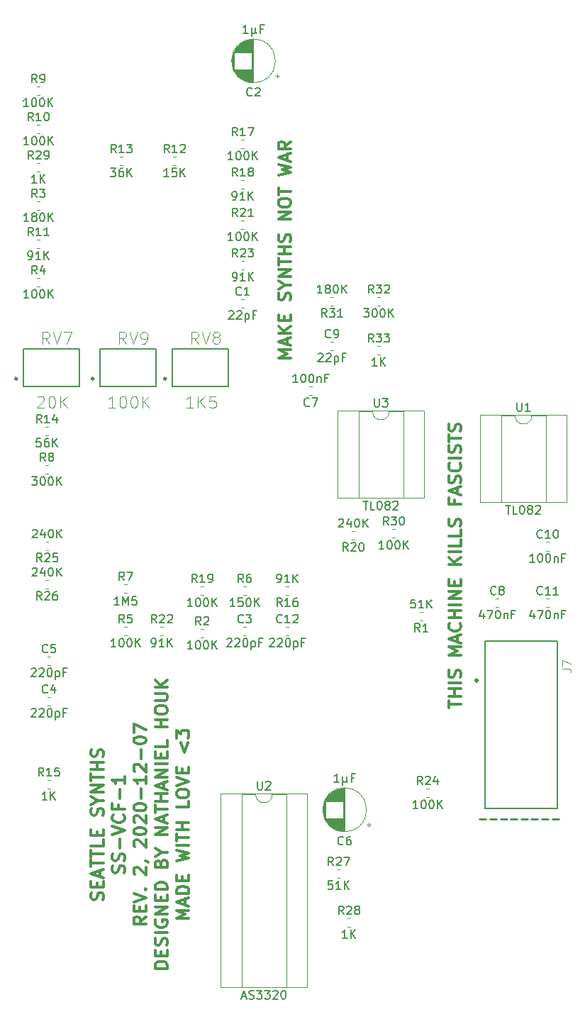
<source format=gto>
%TF.GenerationSoftware,KiCad,Pcbnew,5.1.8*%
%TF.CreationDate,2020-12-17T16:54:15+01:00*%
%TF.ProjectId,AS3320-VCF,41533333-3230-42d5-9643-462e6b696361,1*%
%TF.SameCoordinates,Original*%
%TF.FileFunction,Legend,Top*%
%TF.FilePolarity,Positive*%
%FSLAX46Y46*%
G04 Gerber Fmt 4.6, Leading zero omitted, Abs format (unit mm)*
G04 Created by KiCad (PCBNEW 5.1.8) date 2020-12-17 16:54:15*
%MOMM*%
%LPD*%
G01*
G04 APERTURE LIST*
%ADD10C,0.300000*%
%ADD11C,0.120000*%
%ADD12C,0.127000*%
%ADD13C,0.150000*%
%ADD14C,0.015000*%
%ADD15C,0.250000*%
G04 APERTURE END LIST*
D10*
X138092571Y-76138857D02*
X136592571Y-76138857D01*
X137664000Y-75638857D01*
X136592571Y-75138857D01*
X138092571Y-75138857D01*
X137664000Y-74496000D02*
X137664000Y-73781714D01*
X138092571Y-74638857D02*
X136592571Y-74138857D01*
X138092571Y-73638857D01*
X138092571Y-73138857D02*
X136592571Y-73138857D01*
X138092571Y-72281714D02*
X137235428Y-72924571D01*
X136592571Y-72281714D02*
X137449714Y-73138857D01*
X137306857Y-71638857D02*
X137306857Y-71138857D01*
X138092571Y-70924571D02*
X138092571Y-71638857D01*
X136592571Y-71638857D01*
X136592571Y-70924571D01*
X138021142Y-69210285D02*
X138092571Y-68996000D01*
X138092571Y-68638857D01*
X138021142Y-68496000D01*
X137949714Y-68424571D01*
X137806857Y-68353142D01*
X137664000Y-68353142D01*
X137521142Y-68424571D01*
X137449714Y-68496000D01*
X137378285Y-68638857D01*
X137306857Y-68924571D01*
X137235428Y-69067428D01*
X137164000Y-69138857D01*
X137021142Y-69210285D01*
X136878285Y-69210285D01*
X136735428Y-69138857D01*
X136664000Y-69067428D01*
X136592571Y-68924571D01*
X136592571Y-68567428D01*
X136664000Y-68353142D01*
X137378285Y-67424571D02*
X138092571Y-67424571D01*
X136592571Y-67924571D02*
X137378285Y-67424571D01*
X136592571Y-66924571D01*
X138092571Y-66424571D02*
X136592571Y-66424571D01*
X138092571Y-65567428D01*
X136592571Y-65567428D01*
X136592571Y-65067428D02*
X136592571Y-64210285D01*
X138092571Y-64638857D02*
X136592571Y-64638857D01*
X138092571Y-63710285D02*
X136592571Y-63710285D01*
X137306857Y-63710285D02*
X137306857Y-62853142D01*
X138092571Y-62853142D02*
X136592571Y-62853142D01*
X138021142Y-62210285D02*
X138092571Y-61996000D01*
X138092571Y-61638857D01*
X138021142Y-61496000D01*
X137949714Y-61424571D01*
X137806857Y-61353142D01*
X137664000Y-61353142D01*
X137521142Y-61424571D01*
X137449714Y-61496000D01*
X137378285Y-61638857D01*
X137306857Y-61924571D01*
X137235428Y-62067428D01*
X137164000Y-62138857D01*
X137021142Y-62210285D01*
X136878285Y-62210285D01*
X136735428Y-62138857D01*
X136664000Y-62067428D01*
X136592571Y-61924571D01*
X136592571Y-61567428D01*
X136664000Y-61353142D01*
X138092571Y-59567428D02*
X136592571Y-59567428D01*
X138092571Y-58710285D01*
X136592571Y-58710285D01*
X136592571Y-57710285D02*
X136592571Y-57424571D01*
X136664000Y-57281714D01*
X136806857Y-57138857D01*
X137092571Y-57067428D01*
X137592571Y-57067428D01*
X137878285Y-57138857D01*
X138021142Y-57281714D01*
X138092571Y-57424571D01*
X138092571Y-57710285D01*
X138021142Y-57853142D01*
X137878285Y-57996000D01*
X137592571Y-58067428D01*
X137092571Y-58067428D01*
X136806857Y-57996000D01*
X136664000Y-57853142D01*
X136592571Y-57710285D01*
X136592571Y-56638857D02*
X136592571Y-55781714D01*
X138092571Y-56210285D02*
X136592571Y-56210285D01*
X136592571Y-54281714D02*
X138092571Y-53924571D01*
X137021142Y-53638857D01*
X138092571Y-53353142D01*
X136592571Y-52996000D01*
X137664000Y-52496000D02*
X137664000Y-51781714D01*
X138092571Y-52638857D02*
X136592571Y-52138857D01*
X138092571Y-51638857D01*
X138092571Y-50281714D02*
X137378285Y-50781714D01*
X138092571Y-51138857D02*
X136592571Y-51138857D01*
X136592571Y-50567428D01*
X136664000Y-50424571D01*
X136735428Y-50353142D01*
X136878285Y-50281714D01*
X137092571Y-50281714D01*
X137235428Y-50353142D01*
X137306857Y-50424571D01*
X137378285Y-50567428D01*
X137378285Y-51138857D01*
X156912571Y-117838000D02*
X156912571Y-116980857D01*
X158412571Y-117409428D02*
X156912571Y-117409428D01*
X158412571Y-116480857D02*
X156912571Y-116480857D01*
X157626857Y-116480857D02*
X157626857Y-115623714D01*
X158412571Y-115623714D02*
X156912571Y-115623714D01*
X158412571Y-114909428D02*
X156912571Y-114909428D01*
X158341142Y-114266571D02*
X158412571Y-114052285D01*
X158412571Y-113695142D01*
X158341142Y-113552285D01*
X158269714Y-113480857D01*
X158126857Y-113409428D01*
X157984000Y-113409428D01*
X157841142Y-113480857D01*
X157769714Y-113552285D01*
X157698285Y-113695142D01*
X157626857Y-113980857D01*
X157555428Y-114123714D01*
X157484000Y-114195142D01*
X157341142Y-114266571D01*
X157198285Y-114266571D01*
X157055428Y-114195142D01*
X156984000Y-114123714D01*
X156912571Y-113980857D01*
X156912571Y-113623714D01*
X156984000Y-113409428D01*
X158412571Y-111623714D02*
X156912571Y-111623714D01*
X157984000Y-111123714D01*
X156912571Y-110623714D01*
X158412571Y-110623714D01*
X157984000Y-109980857D02*
X157984000Y-109266571D01*
X158412571Y-110123714D02*
X156912571Y-109623714D01*
X158412571Y-109123714D01*
X158269714Y-107766571D02*
X158341142Y-107838000D01*
X158412571Y-108052285D01*
X158412571Y-108195142D01*
X158341142Y-108409428D01*
X158198285Y-108552285D01*
X158055428Y-108623714D01*
X157769714Y-108695142D01*
X157555428Y-108695142D01*
X157269714Y-108623714D01*
X157126857Y-108552285D01*
X156984000Y-108409428D01*
X156912571Y-108195142D01*
X156912571Y-108052285D01*
X156984000Y-107838000D01*
X157055428Y-107766571D01*
X158412571Y-107123714D02*
X156912571Y-107123714D01*
X157626857Y-107123714D02*
X157626857Y-106266571D01*
X158412571Y-106266571D02*
X156912571Y-106266571D01*
X158412571Y-105552285D02*
X156912571Y-105552285D01*
X158412571Y-104838000D02*
X156912571Y-104838000D01*
X158412571Y-103980857D01*
X156912571Y-103980857D01*
X157626857Y-103266571D02*
X157626857Y-102766571D01*
X158412571Y-102552285D02*
X158412571Y-103266571D01*
X156912571Y-103266571D01*
X156912571Y-102552285D01*
X158412571Y-100766571D02*
X156912571Y-100766571D01*
X158412571Y-99909428D02*
X157555428Y-100552285D01*
X156912571Y-99909428D02*
X157769714Y-100766571D01*
X158412571Y-99266571D02*
X156912571Y-99266571D01*
X158412571Y-97838000D02*
X158412571Y-98552285D01*
X156912571Y-98552285D01*
X158412571Y-96623714D02*
X158412571Y-97338000D01*
X156912571Y-97338000D01*
X158341142Y-96195142D02*
X158412571Y-95980857D01*
X158412571Y-95623714D01*
X158341142Y-95480857D01*
X158269714Y-95409428D01*
X158126857Y-95338000D01*
X157984000Y-95338000D01*
X157841142Y-95409428D01*
X157769714Y-95480857D01*
X157698285Y-95623714D01*
X157626857Y-95909428D01*
X157555428Y-96052285D01*
X157484000Y-96123714D01*
X157341142Y-96195142D01*
X157198285Y-96195142D01*
X157055428Y-96123714D01*
X156984000Y-96052285D01*
X156912571Y-95909428D01*
X156912571Y-95552285D01*
X156984000Y-95338000D01*
X157626857Y-93052285D02*
X157626857Y-93552285D01*
X158412571Y-93552285D02*
X156912571Y-93552285D01*
X156912571Y-92838000D01*
X157984000Y-92338000D02*
X157984000Y-91623714D01*
X158412571Y-92480857D02*
X156912571Y-91980857D01*
X158412571Y-91480857D01*
X158341142Y-91052285D02*
X158412571Y-90838000D01*
X158412571Y-90480857D01*
X158341142Y-90338000D01*
X158269714Y-90266571D01*
X158126857Y-90195142D01*
X157984000Y-90195142D01*
X157841142Y-90266571D01*
X157769714Y-90338000D01*
X157698285Y-90480857D01*
X157626857Y-90766571D01*
X157555428Y-90909428D01*
X157484000Y-90980857D01*
X157341142Y-91052285D01*
X157198285Y-91052285D01*
X157055428Y-90980857D01*
X156984000Y-90909428D01*
X156912571Y-90766571D01*
X156912571Y-90409428D01*
X156984000Y-90195142D01*
X158269714Y-88695142D02*
X158341142Y-88766571D01*
X158412571Y-88980857D01*
X158412571Y-89123714D01*
X158341142Y-89338000D01*
X158198285Y-89480857D01*
X158055428Y-89552285D01*
X157769714Y-89623714D01*
X157555428Y-89623714D01*
X157269714Y-89552285D01*
X157126857Y-89480857D01*
X156984000Y-89338000D01*
X156912571Y-89123714D01*
X156912571Y-88980857D01*
X156984000Y-88766571D01*
X157055428Y-88695142D01*
X158412571Y-88052285D02*
X156912571Y-88052285D01*
X158341142Y-87409428D02*
X158412571Y-87195142D01*
X158412571Y-86838000D01*
X158341142Y-86695142D01*
X158269714Y-86623714D01*
X158126857Y-86552285D01*
X157984000Y-86552285D01*
X157841142Y-86623714D01*
X157769714Y-86695142D01*
X157698285Y-86838000D01*
X157626857Y-87123714D01*
X157555428Y-87266571D01*
X157484000Y-87338000D01*
X157341142Y-87409428D01*
X157198285Y-87409428D01*
X157055428Y-87338000D01*
X156984000Y-87266571D01*
X156912571Y-87123714D01*
X156912571Y-86766571D01*
X156984000Y-86552285D01*
X156912571Y-86123714D02*
X156912571Y-85266571D01*
X158412571Y-85695142D02*
X156912571Y-85695142D01*
X158341142Y-84838000D02*
X158412571Y-84623714D01*
X158412571Y-84266571D01*
X158341142Y-84123714D01*
X158269714Y-84052285D01*
X158126857Y-83980857D01*
X157984000Y-83980857D01*
X157841142Y-84052285D01*
X157769714Y-84123714D01*
X157698285Y-84266571D01*
X157626857Y-84552285D01*
X157555428Y-84695142D01*
X157484000Y-84766571D01*
X157341142Y-84838000D01*
X157198285Y-84838000D01*
X157055428Y-84766571D01*
X156984000Y-84695142D01*
X156912571Y-84552285D01*
X156912571Y-84195142D01*
X156984000Y-83980857D01*
X115649142Y-140790285D02*
X115720571Y-140576000D01*
X115720571Y-140218857D01*
X115649142Y-140076000D01*
X115577714Y-140004571D01*
X115434857Y-139933142D01*
X115292000Y-139933142D01*
X115149142Y-140004571D01*
X115077714Y-140076000D01*
X115006285Y-140218857D01*
X114934857Y-140504571D01*
X114863428Y-140647428D01*
X114792000Y-140718857D01*
X114649142Y-140790285D01*
X114506285Y-140790285D01*
X114363428Y-140718857D01*
X114292000Y-140647428D01*
X114220571Y-140504571D01*
X114220571Y-140147428D01*
X114292000Y-139933142D01*
X114934857Y-139290285D02*
X114934857Y-138790285D01*
X115720571Y-138576000D02*
X115720571Y-139290285D01*
X114220571Y-139290285D01*
X114220571Y-138576000D01*
X115292000Y-138004571D02*
X115292000Y-137290285D01*
X115720571Y-138147428D02*
X114220571Y-137647428D01*
X115720571Y-137147428D01*
X114220571Y-136861714D02*
X114220571Y-136004571D01*
X115720571Y-136433142D02*
X114220571Y-136433142D01*
X114220571Y-135718857D02*
X114220571Y-134861714D01*
X115720571Y-135290285D02*
X114220571Y-135290285D01*
X115720571Y-133647428D02*
X115720571Y-134361714D01*
X114220571Y-134361714D01*
X114934857Y-133147428D02*
X114934857Y-132647428D01*
X115720571Y-132433142D02*
X115720571Y-133147428D01*
X114220571Y-133147428D01*
X114220571Y-132433142D01*
X115649142Y-130718857D02*
X115720571Y-130504571D01*
X115720571Y-130147428D01*
X115649142Y-130004571D01*
X115577714Y-129933142D01*
X115434857Y-129861714D01*
X115292000Y-129861714D01*
X115149142Y-129933142D01*
X115077714Y-130004571D01*
X115006285Y-130147428D01*
X114934857Y-130433142D01*
X114863428Y-130576000D01*
X114792000Y-130647428D01*
X114649142Y-130718857D01*
X114506285Y-130718857D01*
X114363428Y-130647428D01*
X114292000Y-130576000D01*
X114220571Y-130433142D01*
X114220571Y-130076000D01*
X114292000Y-129861714D01*
X115006285Y-128933142D02*
X115720571Y-128933142D01*
X114220571Y-129433142D02*
X115006285Y-128933142D01*
X114220571Y-128433142D01*
X115720571Y-127933142D02*
X114220571Y-127933142D01*
X115720571Y-127076000D01*
X114220571Y-127076000D01*
X114220571Y-126576000D02*
X114220571Y-125718857D01*
X115720571Y-126147428D02*
X114220571Y-126147428D01*
X115720571Y-125218857D02*
X114220571Y-125218857D01*
X114934857Y-125218857D02*
X114934857Y-124361714D01*
X115720571Y-124361714D02*
X114220571Y-124361714D01*
X115649142Y-123718857D02*
X115720571Y-123504571D01*
X115720571Y-123147428D01*
X115649142Y-123004571D01*
X115577714Y-122933142D01*
X115434857Y-122861714D01*
X115292000Y-122861714D01*
X115149142Y-122933142D01*
X115077714Y-123004571D01*
X115006285Y-123147428D01*
X114934857Y-123433142D01*
X114863428Y-123576000D01*
X114792000Y-123647428D01*
X114649142Y-123718857D01*
X114506285Y-123718857D01*
X114363428Y-123647428D01*
X114292000Y-123576000D01*
X114220571Y-123433142D01*
X114220571Y-123076000D01*
X114292000Y-122861714D01*
X118199142Y-137576000D02*
X118270571Y-137361714D01*
X118270571Y-137004571D01*
X118199142Y-136861714D01*
X118127714Y-136790285D01*
X117984857Y-136718857D01*
X117842000Y-136718857D01*
X117699142Y-136790285D01*
X117627714Y-136861714D01*
X117556285Y-137004571D01*
X117484857Y-137290285D01*
X117413428Y-137433142D01*
X117342000Y-137504571D01*
X117199142Y-137576000D01*
X117056285Y-137576000D01*
X116913428Y-137504571D01*
X116842000Y-137433142D01*
X116770571Y-137290285D01*
X116770571Y-136933142D01*
X116842000Y-136718857D01*
X118199142Y-136147428D02*
X118270571Y-135933142D01*
X118270571Y-135576000D01*
X118199142Y-135433142D01*
X118127714Y-135361714D01*
X117984857Y-135290285D01*
X117842000Y-135290285D01*
X117699142Y-135361714D01*
X117627714Y-135433142D01*
X117556285Y-135576000D01*
X117484857Y-135861714D01*
X117413428Y-136004571D01*
X117342000Y-136076000D01*
X117199142Y-136147428D01*
X117056285Y-136147428D01*
X116913428Y-136076000D01*
X116842000Y-136004571D01*
X116770571Y-135861714D01*
X116770571Y-135504571D01*
X116842000Y-135290285D01*
X117699142Y-134647428D02*
X117699142Y-133504571D01*
X116770571Y-133004571D02*
X118270571Y-132504571D01*
X116770571Y-132004571D01*
X118127714Y-130647428D02*
X118199142Y-130718857D01*
X118270571Y-130933142D01*
X118270571Y-131076000D01*
X118199142Y-131290285D01*
X118056285Y-131433142D01*
X117913428Y-131504571D01*
X117627714Y-131576000D01*
X117413428Y-131576000D01*
X117127714Y-131504571D01*
X116984857Y-131433142D01*
X116842000Y-131290285D01*
X116770571Y-131076000D01*
X116770571Y-130933142D01*
X116842000Y-130718857D01*
X116913428Y-130647428D01*
X117484857Y-129504571D02*
X117484857Y-130004571D01*
X118270571Y-130004571D02*
X116770571Y-130004571D01*
X116770571Y-129290285D01*
X117699142Y-128718857D02*
X117699142Y-127576000D01*
X118270571Y-126076000D02*
X118270571Y-126933142D01*
X118270571Y-126504571D02*
X116770571Y-126504571D01*
X116984857Y-126647428D01*
X117127714Y-126790285D01*
X117199142Y-126933142D01*
X120820571Y-142826000D02*
X120106285Y-143326000D01*
X120820571Y-143683142D02*
X119320571Y-143683142D01*
X119320571Y-143111714D01*
X119392000Y-142968857D01*
X119463428Y-142897428D01*
X119606285Y-142826000D01*
X119820571Y-142826000D01*
X119963428Y-142897428D01*
X120034857Y-142968857D01*
X120106285Y-143111714D01*
X120106285Y-143683142D01*
X120034857Y-142183142D02*
X120034857Y-141683142D01*
X120820571Y-141468857D02*
X120820571Y-142183142D01*
X119320571Y-142183142D01*
X119320571Y-141468857D01*
X119320571Y-141040285D02*
X120820571Y-140540285D01*
X119320571Y-140040285D01*
X120677714Y-139540285D02*
X120749142Y-139468857D01*
X120820571Y-139540285D01*
X120749142Y-139611714D01*
X120677714Y-139540285D01*
X120820571Y-139540285D01*
X119463428Y-137754571D02*
X119392000Y-137683142D01*
X119320571Y-137540285D01*
X119320571Y-137183142D01*
X119392000Y-137040285D01*
X119463428Y-136968857D01*
X119606285Y-136897428D01*
X119749142Y-136897428D01*
X119963428Y-136968857D01*
X120820571Y-137826000D01*
X120820571Y-136897428D01*
X120749142Y-136183142D02*
X120820571Y-136183142D01*
X120963428Y-136254571D01*
X121034857Y-136326000D01*
X119463428Y-134468857D02*
X119392000Y-134397428D01*
X119320571Y-134254571D01*
X119320571Y-133897428D01*
X119392000Y-133754571D01*
X119463428Y-133683142D01*
X119606285Y-133611714D01*
X119749142Y-133611714D01*
X119963428Y-133683142D01*
X120820571Y-134540285D01*
X120820571Y-133611714D01*
X119320571Y-132683142D02*
X119320571Y-132540285D01*
X119392000Y-132397428D01*
X119463428Y-132326000D01*
X119606285Y-132254571D01*
X119892000Y-132183142D01*
X120249142Y-132183142D01*
X120534857Y-132254571D01*
X120677714Y-132326000D01*
X120749142Y-132397428D01*
X120820571Y-132540285D01*
X120820571Y-132683142D01*
X120749142Y-132826000D01*
X120677714Y-132897428D01*
X120534857Y-132968857D01*
X120249142Y-133040285D01*
X119892000Y-133040285D01*
X119606285Y-132968857D01*
X119463428Y-132897428D01*
X119392000Y-132826000D01*
X119320571Y-132683142D01*
X119463428Y-131611714D02*
X119392000Y-131540285D01*
X119320571Y-131397428D01*
X119320571Y-131040285D01*
X119392000Y-130897428D01*
X119463428Y-130826000D01*
X119606285Y-130754571D01*
X119749142Y-130754571D01*
X119963428Y-130826000D01*
X120820571Y-131683142D01*
X120820571Y-130754571D01*
X119320571Y-129826000D02*
X119320571Y-129683142D01*
X119392000Y-129540285D01*
X119463428Y-129468857D01*
X119606285Y-129397428D01*
X119892000Y-129326000D01*
X120249142Y-129326000D01*
X120534857Y-129397428D01*
X120677714Y-129468857D01*
X120749142Y-129540285D01*
X120820571Y-129683142D01*
X120820571Y-129826000D01*
X120749142Y-129968857D01*
X120677714Y-130040285D01*
X120534857Y-130111714D01*
X120249142Y-130183142D01*
X119892000Y-130183142D01*
X119606285Y-130111714D01*
X119463428Y-130040285D01*
X119392000Y-129968857D01*
X119320571Y-129826000D01*
X120249142Y-128683142D02*
X120249142Y-127540285D01*
X120820571Y-126040285D02*
X120820571Y-126897428D01*
X120820571Y-126468857D02*
X119320571Y-126468857D01*
X119534857Y-126611714D01*
X119677714Y-126754571D01*
X119749142Y-126897428D01*
X119463428Y-125468857D02*
X119392000Y-125397428D01*
X119320571Y-125254571D01*
X119320571Y-124897428D01*
X119392000Y-124754571D01*
X119463428Y-124683142D01*
X119606285Y-124611714D01*
X119749142Y-124611714D01*
X119963428Y-124683142D01*
X120820571Y-125540285D01*
X120820571Y-124611714D01*
X120249142Y-123968857D02*
X120249142Y-122826000D01*
X119320571Y-121826000D02*
X119320571Y-121683142D01*
X119392000Y-121540285D01*
X119463428Y-121468857D01*
X119606285Y-121397428D01*
X119892000Y-121326000D01*
X120249142Y-121326000D01*
X120534857Y-121397428D01*
X120677714Y-121468857D01*
X120749142Y-121540285D01*
X120820571Y-121683142D01*
X120820571Y-121826000D01*
X120749142Y-121968857D01*
X120677714Y-122040285D01*
X120534857Y-122111714D01*
X120249142Y-122183142D01*
X119892000Y-122183142D01*
X119606285Y-122111714D01*
X119463428Y-122040285D01*
X119392000Y-121968857D01*
X119320571Y-121826000D01*
X119320571Y-120826000D02*
X119320571Y-119826000D01*
X120820571Y-120468857D01*
X123370571Y-149004571D02*
X121870571Y-149004571D01*
X121870571Y-148647428D01*
X121942000Y-148433142D01*
X122084857Y-148290285D01*
X122227714Y-148218857D01*
X122513428Y-148147428D01*
X122727714Y-148147428D01*
X123013428Y-148218857D01*
X123156285Y-148290285D01*
X123299142Y-148433142D01*
X123370571Y-148647428D01*
X123370571Y-149004571D01*
X122584857Y-147504571D02*
X122584857Y-147004571D01*
X123370571Y-146790285D02*
X123370571Y-147504571D01*
X121870571Y-147504571D01*
X121870571Y-146790285D01*
X123299142Y-146218857D02*
X123370571Y-146004571D01*
X123370571Y-145647428D01*
X123299142Y-145504571D01*
X123227714Y-145433142D01*
X123084857Y-145361714D01*
X122942000Y-145361714D01*
X122799142Y-145433142D01*
X122727714Y-145504571D01*
X122656285Y-145647428D01*
X122584857Y-145933142D01*
X122513428Y-146076000D01*
X122442000Y-146147428D01*
X122299142Y-146218857D01*
X122156285Y-146218857D01*
X122013428Y-146147428D01*
X121942000Y-146076000D01*
X121870571Y-145933142D01*
X121870571Y-145576000D01*
X121942000Y-145361714D01*
X123370571Y-144718857D02*
X121870571Y-144718857D01*
X121942000Y-143218857D02*
X121870571Y-143361714D01*
X121870571Y-143576000D01*
X121942000Y-143790285D01*
X122084857Y-143933142D01*
X122227714Y-144004571D01*
X122513428Y-144076000D01*
X122727714Y-144076000D01*
X123013428Y-144004571D01*
X123156285Y-143933142D01*
X123299142Y-143790285D01*
X123370571Y-143576000D01*
X123370571Y-143433142D01*
X123299142Y-143218857D01*
X123227714Y-143147428D01*
X122727714Y-143147428D01*
X122727714Y-143433142D01*
X123370571Y-142504571D02*
X121870571Y-142504571D01*
X123370571Y-141647428D01*
X121870571Y-141647428D01*
X122584857Y-140933142D02*
X122584857Y-140433142D01*
X123370571Y-140218857D02*
X123370571Y-140933142D01*
X121870571Y-140933142D01*
X121870571Y-140218857D01*
X123370571Y-139576000D02*
X121870571Y-139576000D01*
X121870571Y-139218857D01*
X121942000Y-139004571D01*
X122084857Y-138861714D01*
X122227714Y-138790285D01*
X122513428Y-138718857D01*
X122727714Y-138718857D01*
X123013428Y-138790285D01*
X123156285Y-138861714D01*
X123299142Y-139004571D01*
X123370571Y-139218857D01*
X123370571Y-139576000D01*
X122584857Y-136433142D02*
X122656285Y-136218857D01*
X122727714Y-136147428D01*
X122870571Y-136076000D01*
X123084857Y-136076000D01*
X123227714Y-136147428D01*
X123299142Y-136218857D01*
X123370571Y-136361714D01*
X123370571Y-136933142D01*
X121870571Y-136933142D01*
X121870571Y-136433142D01*
X121942000Y-136290285D01*
X122013428Y-136218857D01*
X122156285Y-136147428D01*
X122299142Y-136147428D01*
X122442000Y-136218857D01*
X122513428Y-136290285D01*
X122584857Y-136433142D01*
X122584857Y-136933142D01*
X122656285Y-135147428D02*
X123370571Y-135147428D01*
X121870571Y-135647428D02*
X122656285Y-135147428D01*
X121870571Y-134647428D01*
X123370571Y-133004571D02*
X121870571Y-133004571D01*
X123370571Y-132147428D01*
X121870571Y-132147428D01*
X122942000Y-131504571D02*
X122942000Y-130790285D01*
X123370571Y-131647428D02*
X121870571Y-131147428D01*
X123370571Y-130647428D01*
X121870571Y-130361714D02*
X121870571Y-129504571D01*
X123370571Y-129933142D02*
X121870571Y-129933142D01*
X123370571Y-129004571D02*
X121870571Y-129004571D01*
X122584857Y-129004571D02*
X122584857Y-128147428D01*
X123370571Y-128147428D02*
X121870571Y-128147428D01*
X122942000Y-127504571D02*
X122942000Y-126790285D01*
X123370571Y-127647428D02*
X121870571Y-127147428D01*
X123370571Y-126647428D01*
X123370571Y-126147428D02*
X121870571Y-126147428D01*
X123370571Y-125290285D01*
X121870571Y-125290285D01*
X123370571Y-124576000D02*
X121870571Y-124576000D01*
X122584857Y-123861714D02*
X122584857Y-123361714D01*
X123370571Y-123147428D02*
X123370571Y-123861714D01*
X121870571Y-123861714D01*
X121870571Y-123147428D01*
X123370571Y-121790285D02*
X123370571Y-122504571D01*
X121870571Y-122504571D01*
X123370571Y-120147428D02*
X121870571Y-120147428D01*
X122584857Y-120147428D02*
X122584857Y-119290285D01*
X123370571Y-119290285D02*
X121870571Y-119290285D01*
X121870571Y-118290285D02*
X121870571Y-118004571D01*
X121942000Y-117861714D01*
X122084857Y-117718857D01*
X122370571Y-117647428D01*
X122870571Y-117647428D01*
X123156285Y-117718857D01*
X123299142Y-117861714D01*
X123370571Y-118004571D01*
X123370571Y-118290285D01*
X123299142Y-118433142D01*
X123156285Y-118576000D01*
X122870571Y-118647428D01*
X122370571Y-118647428D01*
X122084857Y-118576000D01*
X121942000Y-118433142D01*
X121870571Y-118290285D01*
X121870571Y-117004571D02*
X123084857Y-117004571D01*
X123227714Y-116933142D01*
X123299142Y-116861714D01*
X123370571Y-116718857D01*
X123370571Y-116433142D01*
X123299142Y-116290285D01*
X123227714Y-116218857D01*
X123084857Y-116147428D01*
X121870571Y-116147428D01*
X123370571Y-115433142D02*
X121870571Y-115433142D01*
X123370571Y-114576000D02*
X122513428Y-115218857D01*
X121870571Y-114576000D02*
X122727714Y-115433142D01*
X125920571Y-143040285D02*
X124420571Y-143040285D01*
X125492000Y-142540285D01*
X124420571Y-142040285D01*
X125920571Y-142040285D01*
X125492000Y-141397428D02*
X125492000Y-140683142D01*
X125920571Y-141540285D02*
X124420571Y-141040285D01*
X125920571Y-140540285D01*
X125920571Y-140040285D02*
X124420571Y-140040285D01*
X124420571Y-139683142D01*
X124492000Y-139468857D01*
X124634857Y-139326000D01*
X124777714Y-139254571D01*
X125063428Y-139183142D01*
X125277714Y-139183142D01*
X125563428Y-139254571D01*
X125706285Y-139326000D01*
X125849142Y-139468857D01*
X125920571Y-139683142D01*
X125920571Y-140040285D01*
X125134857Y-138540285D02*
X125134857Y-138040285D01*
X125920571Y-137826000D02*
X125920571Y-138540285D01*
X124420571Y-138540285D01*
X124420571Y-137826000D01*
X124420571Y-136183142D02*
X125920571Y-135826000D01*
X124849142Y-135540285D01*
X125920571Y-135254571D01*
X124420571Y-134897428D01*
X125920571Y-134326000D02*
X124420571Y-134326000D01*
X124420571Y-133826000D02*
X124420571Y-132968857D01*
X125920571Y-133397428D02*
X124420571Y-133397428D01*
X125920571Y-132468857D02*
X124420571Y-132468857D01*
X125134857Y-132468857D02*
X125134857Y-131611714D01*
X125920571Y-131611714D02*
X124420571Y-131611714D01*
X125920571Y-129040285D02*
X125920571Y-129754571D01*
X124420571Y-129754571D01*
X124420571Y-128254571D02*
X124420571Y-127968857D01*
X124492000Y-127826000D01*
X124634857Y-127683142D01*
X124920571Y-127611714D01*
X125420571Y-127611714D01*
X125706285Y-127683142D01*
X125849142Y-127826000D01*
X125920571Y-127968857D01*
X125920571Y-128254571D01*
X125849142Y-128397428D01*
X125706285Y-128540285D01*
X125420571Y-128611714D01*
X124920571Y-128611714D01*
X124634857Y-128540285D01*
X124492000Y-128397428D01*
X124420571Y-128254571D01*
X124420571Y-127183142D02*
X125920571Y-126683142D01*
X124420571Y-126183142D01*
X125134857Y-125683142D02*
X125134857Y-125183142D01*
X125920571Y-124968857D02*
X125920571Y-125683142D01*
X124420571Y-125683142D01*
X124420571Y-124968857D01*
X124920571Y-122040285D02*
X125349142Y-123183142D01*
X125777714Y-122040285D01*
X124420571Y-121468857D02*
X124420571Y-120540285D01*
X124992000Y-121040285D01*
X124992000Y-120826000D01*
X125063428Y-120683142D01*
X125134857Y-120611714D01*
X125277714Y-120540285D01*
X125634857Y-120540285D01*
X125777714Y-120611714D01*
X125849142Y-120683142D01*
X125920571Y-120826000D01*
X125920571Y-121254571D01*
X125849142Y-121397428D01*
X125777714Y-121468857D01*
D11*
%TO.C,U3*%
X147844000Y-82490000D02*
X146194000Y-82490000D01*
X146194000Y-82490000D02*
X146194000Y-92770000D01*
X146194000Y-92770000D02*
X151494000Y-92770000D01*
X151494000Y-92770000D02*
X151494000Y-82490000D01*
X151494000Y-82490000D02*
X149844000Y-82490000D01*
X143704000Y-82430000D02*
X143704000Y-92830000D01*
X143704000Y-92830000D02*
X153984000Y-92830000D01*
X153984000Y-92830000D02*
X153984000Y-82430000D01*
X153984000Y-82430000D02*
X143704000Y-82430000D01*
X149844000Y-82490000D02*
G75*
G02*
X147844000Y-82490000I-1000000J0D01*
G01*
%TO.C,U2*%
X133874000Y-128210000D02*
X132224000Y-128210000D01*
X132224000Y-128210000D02*
X132224000Y-151190000D01*
X132224000Y-151190000D02*
X137524000Y-151190000D01*
X137524000Y-151190000D02*
X137524000Y-128210000D01*
X137524000Y-128210000D02*
X135874000Y-128210000D01*
X129734000Y-128150000D02*
X129734000Y-151250000D01*
X129734000Y-151250000D02*
X140014000Y-151250000D01*
X140014000Y-151250000D02*
X140014000Y-128150000D01*
X140014000Y-128150000D02*
X129734000Y-128150000D01*
X135874000Y-128210000D02*
G75*
G02*
X133874000Y-128210000I-1000000J0D01*
G01*
%TO.C,U1*%
X164862000Y-82998000D02*
X163212000Y-82998000D01*
X163212000Y-82998000D02*
X163212000Y-93278000D01*
X163212000Y-93278000D02*
X168512000Y-93278000D01*
X168512000Y-93278000D02*
X168512000Y-82998000D01*
X168512000Y-82998000D02*
X166862000Y-82998000D01*
X160722000Y-82938000D02*
X160722000Y-93338000D01*
X160722000Y-93338000D02*
X171002000Y-93338000D01*
X171002000Y-93338000D02*
X171002000Y-82938000D01*
X171002000Y-82938000D02*
X160722000Y-82938000D01*
X166862000Y-82998000D02*
G75*
G02*
X164862000Y-82998000I-1000000J0D01*
G01*
D10*
%TO.C,RV9*%
X114518000Y-78586000D02*
G75*
G03*
X114518000Y-78586000I-100000J0D01*
G01*
D12*
X121973000Y-75006000D02*
X121973000Y-79506000D01*
X121973000Y-79506000D02*
X115263000Y-79506000D01*
X115263000Y-79506000D02*
X115263000Y-75006000D01*
X115263000Y-75006000D02*
X121973000Y-75006000D01*
%TO.C,RV8*%
X123899000Y-75006000D02*
X130609000Y-75006000D01*
X123899000Y-79506000D02*
X123899000Y-75006000D01*
X130609000Y-79506000D02*
X123899000Y-79506000D01*
X130609000Y-75006000D02*
X130609000Y-79506000D01*
D10*
X123154000Y-78586000D02*
G75*
G03*
X123154000Y-78586000I-100000J0D01*
G01*
D12*
%TO.C,RV7*%
X106119000Y-75006000D02*
X112829000Y-75006000D01*
X106119000Y-79506000D02*
X106119000Y-75006000D01*
X112829000Y-79506000D02*
X106119000Y-79506000D01*
X112829000Y-75006000D02*
X112829000Y-79506000D01*
D10*
X105374000Y-78586000D02*
G75*
G03*
X105374000Y-78586000I-100000J0D01*
G01*
D11*
%TO.C,R33*%
X148427221Y-74674000D02*
X148752779Y-74674000D01*
X148427221Y-75694000D02*
X148752779Y-75694000D01*
%TO.C,R32*%
X148427221Y-68832000D02*
X148752779Y-68832000D01*
X148427221Y-69852000D02*
X148752779Y-69852000D01*
%TO.C,R31*%
X143164779Y-69852000D02*
X142839221Y-69852000D01*
X143164779Y-68832000D02*
X142839221Y-68832000D01*
%TO.C,R30*%
X150205221Y-96518000D02*
X150530779Y-96518000D01*
X150205221Y-97538000D02*
X150530779Y-97538000D01*
%TO.C,R29*%
X107787221Y-53850000D02*
X108112779Y-53850000D01*
X107787221Y-52830000D02*
X108112779Y-52830000D01*
%TO.C,R28*%
X144871221Y-143000000D02*
X145196779Y-143000000D01*
X144871221Y-144020000D02*
X145196779Y-144020000D01*
%TO.C,R27*%
X143627221Y-137158000D02*
X143952779Y-137158000D01*
X143627221Y-138178000D02*
X143952779Y-138178000D01*
%TO.C,R26*%
X109128779Y-103634000D02*
X108803221Y-103634000D01*
X109128779Y-102614000D02*
X108803221Y-102614000D01*
%TO.C,R25*%
X109154779Y-99062000D02*
X108829221Y-99062000D01*
X109154779Y-98042000D02*
X108829221Y-98042000D01*
%TO.C,R24*%
X154269221Y-127506000D02*
X154594779Y-127506000D01*
X154269221Y-128526000D02*
X154594779Y-128526000D01*
%TO.C,R23*%
X132197221Y-64514000D02*
X132522779Y-64514000D01*
X132197221Y-65534000D02*
X132522779Y-65534000D01*
%TO.C,R22*%
X122519221Y-108202000D02*
X122844779Y-108202000D01*
X122519221Y-109222000D02*
X122844779Y-109222000D01*
%TO.C,R21*%
X132171221Y-59688000D02*
X132496779Y-59688000D01*
X132171221Y-60708000D02*
X132496779Y-60708000D01*
%TO.C,R20*%
X145704779Y-97792000D02*
X145379221Y-97792000D01*
X145704779Y-96772000D02*
X145379221Y-96772000D01*
%TO.C,R19*%
X127345221Y-103376000D02*
X127670779Y-103376000D01*
X127345221Y-104396000D02*
X127670779Y-104396000D01*
%TO.C,R18*%
X132171221Y-54862000D02*
X132496779Y-54862000D01*
X132171221Y-55882000D02*
X132496779Y-55882000D01*
%TO.C,R17*%
X132171221Y-50036000D02*
X132496779Y-50036000D01*
X132171221Y-51056000D02*
X132496779Y-51056000D01*
%TO.C,R16*%
X137830779Y-103376000D02*
X137505221Y-103376000D01*
X137830779Y-104396000D02*
X137505221Y-104396000D01*
%TO.C,R15*%
X109031221Y-126490000D02*
X109356779Y-126490000D01*
X109031221Y-127510000D02*
X109356779Y-127510000D01*
%TO.C,R14*%
X108803221Y-84326000D02*
X109128779Y-84326000D01*
X108803221Y-85346000D02*
X109128779Y-85346000D01*
%TO.C,R13*%
X117693221Y-52068000D02*
X118018779Y-52068000D01*
X117693221Y-53088000D02*
X118018779Y-53088000D01*
%TO.C,R12*%
X124043221Y-52068000D02*
X124368779Y-52068000D01*
X124043221Y-53088000D02*
X124368779Y-53088000D01*
%TO.C,R11*%
X107787221Y-61974000D02*
X108112779Y-61974000D01*
X107787221Y-62994000D02*
X108112779Y-62994000D01*
%TO.C,R10*%
X107787221Y-48258000D02*
X108112779Y-48258000D01*
X107787221Y-49278000D02*
X108112779Y-49278000D01*
%TO.C,R9*%
X107761221Y-43686000D02*
X108086779Y-43686000D01*
X107761221Y-44706000D02*
X108086779Y-44706000D01*
%TO.C,R8*%
X108803221Y-88898000D02*
X109128779Y-88898000D01*
X108803221Y-89918000D02*
X109128779Y-89918000D01*
%TO.C,R7*%
X118201221Y-103122000D02*
X118526779Y-103122000D01*
X118201221Y-104142000D02*
X118526779Y-104142000D01*
%TO.C,R6*%
X132425221Y-103376000D02*
X132750779Y-103376000D01*
X132425221Y-104396000D02*
X132750779Y-104396000D01*
%TO.C,R5*%
X118201221Y-108202000D02*
X118526779Y-108202000D01*
X118201221Y-109222000D02*
X118526779Y-109222000D01*
%TO.C,R4*%
X107787221Y-66546000D02*
X108112779Y-66546000D01*
X107787221Y-67566000D02*
X108112779Y-67566000D01*
%TO.C,R3*%
X107787221Y-57402000D02*
X108112779Y-57402000D01*
X107787221Y-58422000D02*
X108112779Y-58422000D01*
%TO.C,R2*%
X127345221Y-109476000D02*
X127670779Y-109476000D01*
X127345221Y-108456000D02*
X127670779Y-108456000D01*
%TO.C,R1*%
X153832779Y-107444000D02*
X153507221Y-107444000D01*
X153832779Y-106424000D02*
X153507221Y-106424000D01*
D10*
%TO.C,J7*%
X160411419Y-114588000D02*
G75*
G03*
X160411419Y-114588000I-141419J0D01*
G01*
D12*
X169890000Y-129898000D02*
X161300000Y-129898000D01*
X161300000Y-129898000D02*
X161300000Y-109878000D01*
X161300000Y-109878000D02*
X169890000Y-109878000D01*
X169890000Y-109878000D02*
X169890000Y-129898000D01*
D11*
%TO.C,C12*%
X137505221Y-109222000D02*
X137830779Y-109222000D01*
X137505221Y-108202000D02*
X137830779Y-108202000D01*
%TO.C,C11*%
X168581221Y-105866000D02*
X168906779Y-105866000D01*
X168581221Y-104846000D02*
X168906779Y-104846000D01*
%TO.C,C10*%
X168581221Y-99116000D02*
X168906779Y-99116000D01*
X168581221Y-98096000D02*
X168906779Y-98096000D01*
%TO.C,C9*%
X142839221Y-75186000D02*
X143164779Y-75186000D01*
X142839221Y-74166000D02*
X143164779Y-74166000D01*
%TO.C,C8*%
X162581221Y-105866000D02*
X162906779Y-105866000D01*
X162581221Y-104846000D02*
X162906779Y-104846000D01*
%TO.C,C7*%
X140624779Y-79500000D02*
X140299221Y-79500000D01*
X140624779Y-80520000D02*
X140299221Y-80520000D01*
%TO.C,C6*%
X147380815Y-132062560D02*
X147380815Y-131562560D01*
X147630815Y-131812560D02*
X147130815Y-131812560D01*
X141905000Y-130332000D02*
X141905000Y-129764000D01*
X141945000Y-130566000D02*
X141945000Y-129530000D01*
X141985000Y-130725000D02*
X141985000Y-129371000D01*
X142025000Y-130853000D02*
X142025000Y-129243000D01*
X142065000Y-130963000D02*
X142065000Y-129133000D01*
X142105000Y-131059000D02*
X142105000Y-129037000D01*
X142145000Y-131146000D02*
X142145000Y-128950000D01*
X142185000Y-131226000D02*
X142185000Y-128870000D01*
X142225000Y-129008000D02*
X142225000Y-128797000D01*
X142225000Y-131299000D02*
X142225000Y-131088000D01*
X142265000Y-129008000D02*
X142265000Y-128729000D01*
X142265000Y-131367000D02*
X142265000Y-131088000D01*
X142305000Y-129008000D02*
X142305000Y-128665000D01*
X142305000Y-131431000D02*
X142305000Y-131088000D01*
X142345000Y-129008000D02*
X142345000Y-128605000D01*
X142345000Y-131491000D02*
X142345000Y-131088000D01*
X142385000Y-129008000D02*
X142385000Y-128548000D01*
X142385000Y-131548000D02*
X142385000Y-131088000D01*
X142425000Y-129008000D02*
X142425000Y-128494000D01*
X142425000Y-131602000D02*
X142425000Y-131088000D01*
X142465000Y-129008000D02*
X142465000Y-128443000D01*
X142465000Y-131653000D02*
X142465000Y-131088000D01*
X142505000Y-129008000D02*
X142505000Y-128395000D01*
X142505000Y-131701000D02*
X142505000Y-131088000D01*
X142545000Y-129008000D02*
X142545000Y-128349000D01*
X142545000Y-131747000D02*
X142545000Y-131088000D01*
X142585000Y-129008000D02*
X142585000Y-128305000D01*
X142585000Y-131791000D02*
X142585000Y-131088000D01*
X142625000Y-129008000D02*
X142625000Y-128263000D01*
X142625000Y-131833000D02*
X142625000Y-131088000D01*
X142665000Y-129008000D02*
X142665000Y-128222000D01*
X142665000Y-131874000D02*
X142665000Y-131088000D01*
X142705000Y-129008000D02*
X142705000Y-128184000D01*
X142705000Y-131912000D02*
X142705000Y-131088000D01*
X142745000Y-129008000D02*
X142745000Y-128147000D01*
X142745000Y-131949000D02*
X142745000Y-131088000D01*
X142785000Y-129008000D02*
X142785000Y-128111000D01*
X142785000Y-131985000D02*
X142785000Y-131088000D01*
X142825000Y-129008000D02*
X142825000Y-128077000D01*
X142825000Y-132019000D02*
X142825000Y-131088000D01*
X142865000Y-129008000D02*
X142865000Y-128044000D01*
X142865000Y-132052000D02*
X142865000Y-131088000D01*
X142905000Y-129008000D02*
X142905000Y-128013000D01*
X142905000Y-132083000D02*
X142905000Y-131088000D01*
X142945000Y-129008000D02*
X142945000Y-127983000D01*
X142945000Y-132113000D02*
X142945000Y-131088000D01*
X142985000Y-129008000D02*
X142985000Y-127953000D01*
X142985000Y-132143000D02*
X142985000Y-131088000D01*
X143025000Y-129008000D02*
X143025000Y-127926000D01*
X143025000Y-132170000D02*
X143025000Y-131088000D01*
X143065000Y-129008000D02*
X143065000Y-127899000D01*
X143065000Y-132197000D02*
X143065000Y-131088000D01*
X143105000Y-129008000D02*
X143105000Y-127873000D01*
X143105000Y-132223000D02*
X143105000Y-131088000D01*
X143145000Y-129008000D02*
X143145000Y-127848000D01*
X143145000Y-132248000D02*
X143145000Y-131088000D01*
X143185000Y-129008000D02*
X143185000Y-127824000D01*
X143185000Y-132272000D02*
X143185000Y-131088000D01*
X143225000Y-129008000D02*
X143225000Y-127801000D01*
X143225000Y-132295000D02*
X143225000Y-131088000D01*
X143265000Y-129008000D02*
X143265000Y-127780000D01*
X143265000Y-132316000D02*
X143265000Y-131088000D01*
X143305000Y-129008000D02*
X143305000Y-127758000D01*
X143305000Y-132338000D02*
X143305000Y-131088000D01*
X143345000Y-129008000D02*
X143345000Y-127738000D01*
X143345000Y-132358000D02*
X143345000Y-131088000D01*
X143385000Y-129008000D02*
X143385000Y-127719000D01*
X143385000Y-132377000D02*
X143385000Y-131088000D01*
X143425000Y-129008000D02*
X143425000Y-127700000D01*
X143425000Y-132396000D02*
X143425000Y-131088000D01*
X143465000Y-129008000D02*
X143465000Y-127683000D01*
X143465000Y-132413000D02*
X143465000Y-131088000D01*
X143505000Y-129008000D02*
X143505000Y-127666000D01*
X143505000Y-132430000D02*
X143505000Y-131088000D01*
X143545000Y-129008000D02*
X143545000Y-127650000D01*
X143545000Y-132446000D02*
X143545000Y-131088000D01*
X143585000Y-129008000D02*
X143585000Y-127634000D01*
X143585000Y-132462000D02*
X143585000Y-131088000D01*
X143625000Y-129008000D02*
X143625000Y-127620000D01*
X143625000Y-132476000D02*
X143625000Y-131088000D01*
X143665000Y-129008000D02*
X143665000Y-127606000D01*
X143665000Y-132490000D02*
X143665000Y-131088000D01*
X143705000Y-129008000D02*
X143705000Y-127593000D01*
X143705000Y-132503000D02*
X143705000Y-131088000D01*
X143745000Y-129008000D02*
X143745000Y-127580000D01*
X143745000Y-132516000D02*
X143745000Y-131088000D01*
X143785000Y-129008000D02*
X143785000Y-127568000D01*
X143785000Y-132528000D02*
X143785000Y-131088000D01*
X143826000Y-129008000D02*
X143826000Y-127557000D01*
X143826000Y-132539000D02*
X143826000Y-131088000D01*
X143866000Y-129008000D02*
X143866000Y-127547000D01*
X143866000Y-132549000D02*
X143866000Y-131088000D01*
X143906000Y-129008000D02*
X143906000Y-127537000D01*
X143906000Y-132559000D02*
X143906000Y-131088000D01*
X143946000Y-129008000D02*
X143946000Y-127528000D01*
X143946000Y-132568000D02*
X143946000Y-131088000D01*
X143986000Y-129008000D02*
X143986000Y-127520000D01*
X143986000Y-132576000D02*
X143986000Y-131088000D01*
X144026000Y-129008000D02*
X144026000Y-127512000D01*
X144026000Y-132584000D02*
X144026000Y-131088000D01*
X144066000Y-129008000D02*
X144066000Y-127505000D01*
X144066000Y-132591000D02*
X144066000Y-131088000D01*
X144106000Y-129008000D02*
X144106000Y-127498000D01*
X144106000Y-132598000D02*
X144106000Y-131088000D01*
X144146000Y-129008000D02*
X144146000Y-127492000D01*
X144146000Y-132604000D02*
X144146000Y-131088000D01*
X144186000Y-129008000D02*
X144186000Y-127487000D01*
X144186000Y-132609000D02*
X144186000Y-131088000D01*
X144226000Y-129008000D02*
X144226000Y-127483000D01*
X144226000Y-132613000D02*
X144226000Y-131088000D01*
X144266000Y-129008000D02*
X144266000Y-127479000D01*
X144266000Y-132617000D02*
X144266000Y-131088000D01*
X144306000Y-132621000D02*
X144306000Y-127475000D01*
X144346000Y-132624000D02*
X144346000Y-127472000D01*
X144386000Y-132626000D02*
X144386000Y-127470000D01*
X144426000Y-132627000D02*
X144426000Y-127469000D01*
X144466000Y-132628000D02*
X144466000Y-127468000D01*
X144506000Y-132628000D02*
X144506000Y-127468000D01*
X147126000Y-130048000D02*
G75*
G03*
X147126000Y-130048000I-2620000J0D01*
G01*
%TO.C,C5*%
X109057221Y-112778000D02*
X109382779Y-112778000D01*
X109057221Y-111758000D02*
X109382779Y-111758000D01*
%TO.C,C4*%
X109057221Y-117604000D02*
X109382779Y-117604000D01*
X109057221Y-116584000D02*
X109382779Y-116584000D01*
%TO.C,C3*%
X132425221Y-109222000D02*
X132750779Y-109222000D01*
X132425221Y-108202000D02*
X132750779Y-108202000D01*
%TO.C,C2*%
X136244000Y-40640000D02*
G75*
G03*
X136244000Y-40640000I-2620000J0D01*
G01*
X133624000Y-43220000D02*
X133624000Y-38060000D01*
X133584000Y-43220000D02*
X133584000Y-38060000D01*
X133544000Y-43219000D02*
X133544000Y-38061000D01*
X133504000Y-43218000D02*
X133504000Y-38062000D01*
X133464000Y-43216000D02*
X133464000Y-38064000D01*
X133424000Y-43213000D02*
X133424000Y-38067000D01*
X133384000Y-43209000D02*
X133384000Y-41680000D01*
X133384000Y-39600000D02*
X133384000Y-38071000D01*
X133344000Y-43205000D02*
X133344000Y-41680000D01*
X133344000Y-39600000D02*
X133344000Y-38075000D01*
X133304000Y-43201000D02*
X133304000Y-41680000D01*
X133304000Y-39600000D02*
X133304000Y-38079000D01*
X133264000Y-43196000D02*
X133264000Y-41680000D01*
X133264000Y-39600000D02*
X133264000Y-38084000D01*
X133224000Y-43190000D02*
X133224000Y-41680000D01*
X133224000Y-39600000D02*
X133224000Y-38090000D01*
X133184000Y-43183000D02*
X133184000Y-41680000D01*
X133184000Y-39600000D02*
X133184000Y-38097000D01*
X133144000Y-43176000D02*
X133144000Y-41680000D01*
X133144000Y-39600000D02*
X133144000Y-38104000D01*
X133104000Y-43168000D02*
X133104000Y-41680000D01*
X133104000Y-39600000D02*
X133104000Y-38112000D01*
X133064000Y-43160000D02*
X133064000Y-41680000D01*
X133064000Y-39600000D02*
X133064000Y-38120000D01*
X133024000Y-43151000D02*
X133024000Y-41680000D01*
X133024000Y-39600000D02*
X133024000Y-38129000D01*
X132984000Y-43141000D02*
X132984000Y-41680000D01*
X132984000Y-39600000D02*
X132984000Y-38139000D01*
X132944000Y-43131000D02*
X132944000Y-41680000D01*
X132944000Y-39600000D02*
X132944000Y-38149000D01*
X132903000Y-43120000D02*
X132903000Y-41680000D01*
X132903000Y-39600000D02*
X132903000Y-38160000D01*
X132863000Y-43108000D02*
X132863000Y-41680000D01*
X132863000Y-39600000D02*
X132863000Y-38172000D01*
X132823000Y-43095000D02*
X132823000Y-41680000D01*
X132823000Y-39600000D02*
X132823000Y-38185000D01*
X132783000Y-43082000D02*
X132783000Y-41680000D01*
X132783000Y-39600000D02*
X132783000Y-38198000D01*
X132743000Y-43068000D02*
X132743000Y-41680000D01*
X132743000Y-39600000D02*
X132743000Y-38212000D01*
X132703000Y-43054000D02*
X132703000Y-41680000D01*
X132703000Y-39600000D02*
X132703000Y-38226000D01*
X132663000Y-43038000D02*
X132663000Y-41680000D01*
X132663000Y-39600000D02*
X132663000Y-38242000D01*
X132623000Y-43022000D02*
X132623000Y-41680000D01*
X132623000Y-39600000D02*
X132623000Y-38258000D01*
X132583000Y-43005000D02*
X132583000Y-41680000D01*
X132583000Y-39600000D02*
X132583000Y-38275000D01*
X132543000Y-42988000D02*
X132543000Y-41680000D01*
X132543000Y-39600000D02*
X132543000Y-38292000D01*
X132503000Y-42969000D02*
X132503000Y-41680000D01*
X132503000Y-39600000D02*
X132503000Y-38311000D01*
X132463000Y-42950000D02*
X132463000Y-41680000D01*
X132463000Y-39600000D02*
X132463000Y-38330000D01*
X132423000Y-42930000D02*
X132423000Y-41680000D01*
X132423000Y-39600000D02*
X132423000Y-38350000D01*
X132383000Y-42908000D02*
X132383000Y-41680000D01*
X132383000Y-39600000D02*
X132383000Y-38372000D01*
X132343000Y-42887000D02*
X132343000Y-41680000D01*
X132343000Y-39600000D02*
X132343000Y-38393000D01*
X132303000Y-42864000D02*
X132303000Y-41680000D01*
X132303000Y-39600000D02*
X132303000Y-38416000D01*
X132263000Y-42840000D02*
X132263000Y-41680000D01*
X132263000Y-39600000D02*
X132263000Y-38440000D01*
X132223000Y-42815000D02*
X132223000Y-41680000D01*
X132223000Y-39600000D02*
X132223000Y-38465000D01*
X132183000Y-42789000D02*
X132183000Y-41680000D01*
X132183000Y-39600000D02*
X132183000Y-38491000D01*
X132143000Y-42762000D02*
X132143000Y-41680000D01*
X132143000Y-39600000D02*
X132143000Y-38518000D01*
X132103000Y-42735000D02*
X132103000Y-41680000D01*
X132103000Y-39600000D02*
X132103000Y-38545000D01*
X132063000Y-42705000D02*
X132063000Y-41680000D01*
X132063000Y-39600000D02*
X132063000Y-38575000D01*
X132023000Y-42675000D02*
X132023000Y-41680000D01*
X132023000Y-39600000D02*
X132023000Y-38605000D01*
X131983000Y-42644000D02*
X131983000Y-41680000D01*
X131983000Y-39600000D02*
X131983000Y-38636000D01*
X131943000Y-42611000D02*
X131943000Y-41680000D01*
X131943000Y-39600000D02*
X131943000Y-38669000D01*
X131903000Y-42577000D02*
X131903000Y-41680000D01*
X131903000Y-39600000D02*
X131903000Y-38703000D01*
X131863000Y-42541000D02*
X131863000Y-41680000D01*
X131863000Y-39600000D02*
X131863000Y-38739000D01*
X131823000Y-42504000D02*
X131823000Y-41680000D01*
X131823000Y-39600000D02*
X131823000Y-38776000D01*
X131783000Y-42466000D02*
X131783000Y-41680000D01*
X131783000Y-39600000D02*
X131783000Y-38814000D01*
X131743000Y-42425000D02*
X131743000Y-41680000D01*
X131743000Y-39600000D02*
X131743000Y-38855000D01*
X131703000Y-42383000D02*
X131703000Y-41680000D01*
X131703000Y-39600000D02*
X131703000Y-38897000D01*
X131663000Y-42339000D02*
X131663000Y-41680000D01*
X131663000Y-39600000D02*
X131663000Y-38941000D01*
X131623000Y-42293000D02*
X131623000Y-41680000D01*
X131623000Y-39600000D02*
X131623000Y-38987000D01*
X131583000Y-42245000D02*
X131583000Y-41680000D01*
X131583000Y-39600000D02*
X131583000Y-39035000D01*
X131543000Y-42194000D02*
X131543000Y-41680000D01*
X131543000Y-39600000D02*
X131543000Y-39086000D01*
X131503000Y-42140000D02*
X131503000Y-41680000D01*
X131503000Y-39600000D02*
X131503000Y-39140000D01*
X131463000Y-42083000D02*
X131463000Y-41680000D01*
X131463000Y-39600000D02*
X131463000Y-39197000D01*
X131423000Y-42023000D02*
X131423000Y-41680000D01*
X131423000Y-39600000D02*
X131423000Y-39257000D01*
X131383000Y-41959000D02*
X131383000Y-41680000D01*
X131383000Y-39600000D02*
X131383000Y-39321000D01*
X131343000Y-41891000D02*
X131343000Y-41680000D01*
X131343000Y-39600000D02*
X131343000Y-39389000D01*
X131303000Y-41818000D02*
X131303000Y-39462000D01*
X131263000Y-41738000D02*
X131263000Y-39542000D01*
X131223000Y-41651000D02*
X131223000Y-39629000D01*
X131183000Y-41555000D02*
X131183000Y-39725000D01*
X131143000Y-41445000D02*
X131143000Y-39835000D01*
X131103000Y-41317000D02*
X131103000Y-39963000D01*
X131063000Y-41158000D02*
X131063000Y-40122000D01*
X131023000Y-40924000D02*
X131023000Y-40356000D01*
X136748815Y-42404560D02*
X136248815Y-42404560D01*
X136498815Y-42654560D02*
X136498815Y-42154560D01*
%TO.C,C1*%
X132171221Y-70106000D02*
X132496779Y-70106000D01*
X132171221Y-69086000D02*
X132496779Y-69086000D01*
%TO.C,U3*%
D13*
X148082095Y-80942380D02*
X148082095Y-81751904D01*
X148129714Y-81847142D01*
X148177333Y-81894761D01*
X148272571Y-81942380D01*
X148463047Y-81942380D01*
X148558285Y-81894761D01*
X148605904Y-81847142D01*
X148653523Y-81751904D01*
X148653523Y-80942380D01*
X149034476Y-80942380D02*
X149653523Y-80942380D01*
X149320190Y-81323333D01*
X149463047Y-81323333D01*
X149558285Y-81370952D01*
X149605904Y-81418571D01*
X149653523Y-81513809D01*
X149653523Y-81751904D01*
X149605904Y-81847142D01*
X149558285Y-81894761D01*
X149463047Y-81942380D01*
X149177333Y-81942380D01*
X149082095Y-81894761D01*
X149034476Y-81847142D01*
X146724952Y-93222380D02*
X147296380Y-93222380D01*
X147010666Y-94222380D02*
X147010666Y-93222380D01*
X148105904Y-94222380D02*
X147629714Y-94222380D01*
X147629714Y-93222380D01*
X148629714Y-93222380D02*
X148724952Y-93222380D01*
X148820190Y-93270000D01*
X148867809Y-93317619D01*
X148915428Y-93412857D01*
X148963047Y-93603333D01*
X148963047Y-93841428D01*
X148915428Y-94031904D01*
X148867809Y-94127142D01*
X148820190Y-94174761D01*
X148724952Y-94222380D01*
X148629714Y-94222380D01*
X148534476Y-94174761D01*
X148486857Y-94127142D01*
X148439238Y-94031904D01*
X148391619Y-93841428D01*
X148391619Y-93603333D01*
X148439238Y-93412857D01*
X148486857Y-93317619D01*
X148534476Y-93270000D01*
X148629714Y-93222380D01*
X149534476Y-93650952D02*
X149439238Y-93603333D01*
X149391619Y-93555714D01*
X149344000Y-93460476D01*
X149344000Y-93412857D01*
X149391619Y-93317619D01*
X149439238Y-93270000D01*
X149534476Y-93222380D01*
X149724952Y-93222380D01*
X149820190Y-93270000D01*
X149867809Y-93317619D01*
X149915428Y-93412857D01*
X149915428Y-93460476D01*
X149867809Y-93555714D01*
X149820190Y-93603333D01*
X149724952Y-93650952D01*
X149534476Y-93650952D01*
X149439238Y-93698571D01*
X149391619Y-93746190D01*
X149344000Y-93841428D01*
X149344000Y-94031904D01*
X149391619Y-94127142D01*
X149439238Y-94174761D01*
X149534476Y-94222380D01*
X149724952Y-94222380D01*
X149820190Y-94174761D01*
X149867809Y-94127142D01*
X149915428Y-94031904D01*
X149915428Y-93841428D01*
X149867809Y-93746190D01*
X149820190Y-93698571D01*
X149724952Y-93650952D01*
X150296380Y-93317619D02*
X150344000Y-93270000D01*
X150439238Y-93222380D01*
X150677333Y-93222380D01*
X150772571Y-93270000D01*
X150820190Y-93317619D01*
X150867809Y-93412857D01*
X150867809Y-93508095D01*
X150820190Y-93650952D01*
X150248761Y-94222380D01*
X150867809Y-94222380D01*
%TO.C,U2*%
X134112095Y-126662380D02*
X134112095Y-127471904D01*
X134159714Y-127567142D01*
X134207333Y-127614761D01*
X134302571Y-127662380D01*
X134493047Y-127662380D01*
X134588285Y-127614761D01*
X134635904Y-127567142D01*
X134683523Y-127471904D01*
X134683523Y-126662380D01*
X135112095Y-126757619D02*
X135159714Y-126710000D01*
X135254952Y-126662380D01*
X135493047Y-126662380D01*
X135588285Y-126710000D01*
X135635904Y-126757619D01*
X135683523Y-126852857D01*
X135683523Y-126948095D01*
X135635904Y-127090952D01*
X135064476Y-127662380D01*
X135683523Y-127662380D01*
X132254952Y-152356666D02*
X132731142Y-152356666D01*
X132159714Y-152642380D02*
X132493047Y-151642380D01*
X132826380Y-152642380D01*
X133112095Y-152594761D02*
X133254952Y-152642380D01*
X133493047Y-152642380D01*
X133588285Y-152594761D01*
X133635904Y-152547142D01*
X133683523Y-152451904D01*
X133683523Y-152356666D01*
X133635904Y-152261428D01*
X133588285Y-152213809D01*
X133493047Y-152166190D01*
X133302571Y-152118571D01*
X133207333Y-152070952D01*
X133159714Y-152023333D01*
X133112095Y-151928095D01*
X133112095Y-151832857D01*
X133159714Y-151737619D01*
X133207333Y-151690000D01*
X133302571Y-151642380D01*
X133540666Y-151642380D01*
X133683523Y-151690000D01*
X134016857Y-151642380D02*
X134635904Y-151642380D01*
X134302571Y-152023333D01*
X134445428Y-152023333D01*
X134540666Y-152070952D01*
X134588285Y-152118571D01*
X134635904Y-152213809D01*
X134635904Y-152451904D01*
X134588285Y-152547142D01*
X134540666Y-152594761D01*
X134445428Y-152642380D01*
X134159714Y-152642380D01*
X134064476Y-152594761D01*
X134016857Y-152547142D01*
X134969238Y-151642380D02*
X135588285Y-151642380D01*
X135254952Y-152023333D01*
X135397809Y-152023333D01*
X135493047Y-152070952D01*
X135540666Y-152118571D01*
X135588285Y-152213809D01*
X135588285Y-152451904D01*
X135540666Y-152547142D01*
X135493047Y-152594761D01*
X135397809Y-152642380D01*
X135112095Y-152642380D01*
X135016857Y-152594761D01*
X134969238Y-152547142D01*
X135969238Y-151737619D02*
X136016857Y-151690000D01*
X136112095Y-151642380D01*
X136350190Y-151642380D01*
X136445428Y-151690000D01*
X136493047Y-151737619D01*
X136540666Y-151832857D01*
X136540666Y-151928095D01*
X136493047Y-152070952D01*
X135921619Y-152642380D01*
X136540666Y-152642380D01*
X137159714Y-151642380D02*
X137254952Y-151642380D01*
X137350190Y-151690000D01*
X137397809Y-151737619D01*
X137445428Y-151832857D01*
X137493047Y-152023333D01*
X137493047Y-152261428D01*
X137445428Y-152451904D01*
X137397809Y-152547142D01*
X137350190Y-152594761D01*
X137254952Y-152642380D01*
X137159714Y-152642380D01*
X137064476Y-152594761D01*
X137016857Y-152547142D01*
X136969238Y-152451904D01*
X136921619Y-152261428D01*
X136921619Y-152023333D01*
X136969238Y-151832857D01*
X137016857Y-151737619D01*
X137064476Y-151690000D01*
X137159714Y-151642380D01*
%TO.C,U1*%
X165100095Y-81450380D02*
X165100095Y-82259904D01*
X165147714Y-82355142D01*
X165195333Y-82402761D01*
X165290571Y-82450380D01*
X165481047Y-82450380D01*
X165576285Y-82402761D01*
X165623904Y-82355142D01*
X165671523Y-82259904D01*
X165671523Y-81450380D01*
X166671523Y-82450380D02*
X166100095Y-82450380D01*
X166385809Y-82450380D02*
X166385809Y-81450380D01*
X166290571Y-81593238D01*
X166195333Y-81688476D01*
X166100095Y-81736095D01*
X163742952Y-93730380D02*
X164314380Y-93730380D01*
X164028666Y-94730380D02*
X164028666Y-93730380D01*
X165123904Y-94730380D02*
X164647714Y-94730380D01*
X164647714Y-93730380D01*
X165647714Y-93730380D02*
X165742952Y-93730380D01*
X165838190Y-93778000D01*
X165885809Y-93825619D01*
X165933428Y-93920857D01*
X165981047Y-94111333D01*
X165981047Y-94349428D01*
X165933428Y-94539904D01*
X165885809Y-94635142D01*
X165838190Y-94682761D01*
X165742952Y-94730380D01*
X165647714Y-94730380D01*
X165552476Y-94682761D01*
X165504857Y-94635142D01*
X165457238Y-94539904D01*
X165409619Y-94349428D01*
X165409619Y-94111333D01*
X165457238Y-93920857D01*
X165504857Y-93825619D01*
X165552476Y-93778000D01*
X165647714Y-93730380D01*
X166552476Y-94158952D02*
X166457238Y-94111333D01*
X166409619Y-94063714D01*
X166362000Y-93968476D01*
X166362000Y-93920857D01*
X166409619Y-93825619D01*
X166457238Y-93778000D01*
X166552476Y-93730380D01*
X166742952Y-93730380D01*
X166838190Y-93778000D01*
X166885809Y-93825619D01*
X166933428Y-93920857D01*
X166933428Y-93968476D01*
X166885809Y-94063714D01*
X166838190Y-94111333D01*
X166742952Y-94158952D01*
X166552476Y-94158952D01*
X166457238Y-94206571D01*
X166409619Y-94254190D01*
X166362000Y-94349428D01*
X166362000Y-94539904D01*
X166409619Y-94635142D01*
X166457238Y-94682761D01*
X166552476Y-94730380D01*
X166742952Y-94730380D01*
X166838190Y-94682761D01*
X166885809Y-94635142D01*
X166933428Y-94539904D01*
X166933428Y-94349428D01*
X166885809Y-94254190D01*
X166838190Y-94206571D01*
X166742952Y-94158952D01*
X167314380Y-93825619D02*
X167362000Y-93778000D01*
X167457238Y-93730380D01*
X167695333Y-93730380D01*
X167790571Y-93778000D01*
X167838190Y-93825619D01*
X167885809Y-93920857D01*
X167885809Y-94016095D01*
X167838190Y-94158952D01*
X167266761Y-94730380D01*
X167885809Y-94730380D01*
%TO.C,RV9*%
D14*
X118419385Y-74414592D02*
X117952060Y-73746984D01*
X117618256Y-74414592D02*
X117618256Y-73012616D01*
X118152342Y-73012616D01*
X118285863Y-73079377D01*
X118352624Y-73146137D01*
X118419385Y-73279659D01*
X118419385Y-73479941D01*
X118352624Y-73613463D01*
X118285863Y-73680223D01*
X118152342Y-73746984D01*
X117618256Y-73746984D01*
X118819950Y-73012616D02*
X119287275Y-74414592D01*
X119754600Y-73012616D01*
X120288686Y-74414592D02*
X120555729Y-74414592D01*
X120689251Y-74347831D01*
X120756012Y-74281070D01*
X120889533Y-74080788D01*
X120956294Y-73813745D01*
X120956294Y-73279659D01*
X120889533Y-73146137D01*
X120822772Y-73079377D01*
X120689251Y-73012616D01*
X120422208Y-73012616D01*
X120288686Y-73079377D01*
X120221926Y-73146137D01*
X120155165Y-73279659D01*
X120155165Y-73613463D01*
X120221926Y-73746984D01*
X120288686Y-73813745D01*
X120422208Y-73880506D01*
X120689251Y-73880506D01*
X120822772Y-73813745D01*
X120889533Y-73746984D01*
X120956294Y-73613463D01*
X117108282Y-82060980D02*
X116307868Y-82060980D01*
X116708075Y-82060980D02*
X116708075Y-80660256D01*
X116574672Y-80860360D01*
X116441270Y-80993762D01*
X116307868Y-81060463D01*
X117975396Y-80660256D02*
X118108799Y-80660256D01*
X118242201Y-80726958D01*
X118308902Y-80793659D01*
X118375603Y-80927061D01*
X118442304Y-81193866D01*
X118442304Y-81527371D01*
X118375603Y-81794176D01*
X118308902Y-81927578D01*
X118242201Y-81994279D01*
X118108799Y-82060980D01*
X117975396Y-82060980D01*
X117841994Y-81994279D01*
X117775293Y-81927578D01*
X117708592Y-81794176D01*
X117641891Y-81527371D01*
X117641891Y-81193866D01*
X117708592Y-80927061D01*
X117775293Y-80793659D01*
X117841994Y-80726958D01*
X117975396Y-80660256D01*
X119309419Y-80660256D02*
X119442822Y-80660256D01*
X119576224Y-80726958D01*
X119642925Y-80793659D01*
X119709626Y-80927061D01*
X119776327Y-81193866D01*
X119776327Y-81527371D01*
X119709626Y-81794176D01*
X119642925Y-81927578D01*
X119576224Y-81994279D01*
X119442822Y-82060980D01*
X119309419Y-82060980D01*
X119176017Y-81994279D01*
X119109316Y-81927578D01*
X119042615Y-81794176D01*
X118975914Y-81527371D01*
X118975914Y-81193866D01*
X119042615Y-80927061D01*
X119109316Y-80793659D01*
X119176017Y-80726958D01*
X119309419Y-80660256D01*
X120376638Y-82060980D02*
X120376638Y-80660256D01*
X121177051Y-82060980D02*
X120576741Y-81260567D01*
X121177051Y-80660256D02*
X120376638Y-81460670D01*
%TO.C,RV8*%
X127055385Y-74414592D02*
X126588060Y-73746984D01*
X126254256Y-74414592D02*
X126254256Y-73012616D01*
X126788342Y-73012616D01*
X126921863Y-73079377D01*
X126988624Y-73146137D01*
X127055385Y-73279659D01*
X127055385Y-73479941D01*
X126988624Y-73613463D01*
X126921863Y-73680223D01*
X126788342Y-73746984D01*
X126254256Y-73746984D01*
X127455950Y-73012616D02*
X127923275Y-74414592D01*
X128390600Y-73012616D01*
X129058208Y-73613463D02*
X128924686Y-73546702D01*
X128857926Y-73479941D01*
X128791165Y-73346420D01*
X128791165Y-73279659D01*
X128857926Y-73146137D01*
X128924686Y-73079377D01*
X129058208Y-73012616D01*
X129325251Y-73012616D01*
X129458772Y-73079377D01*
X129525533Y-73146137D01*
X129592294Y-73279659D01*
X129592294Y-73346420D01*
X129525533Y-73479941D01*
X129458772Y-73546702D01*
X129325251Y-73613463D01*
X129058208Y-73613463D01*
X128924686Y-73680223D01*
X128857926Y-73746984D01*
X128791165Y-73880506D01*
X128791165Y-74147549D01*
X128857926Y-74281070D01*
X128924686Y-74347831D01*
X129058208Y-74414592D01*
X129325251Y-74414592D01*
X129458772Y-74347831D01*
X129525533Y-74281070D01*
X129592294Y-74147549D01*
X129592294Y-73880506D01*
X129525533Y-73746984D01*
X129458772Y-73680223D01*
X129325251Y-73613463D01*
X126411293Y-82060980D02*
X125610879Y-82060980D01*
X126011086Y-82060980D02*
X126011086Y-80660256D01*
X125877684Y-80860360D01*
X125744282Y-80993762D01*
X125610879Y-81060463D01*
X127011603Y-82060980D02*
X127011603Y-80660256D01*
X127812017Y-82060980D02*
X127211707Y-81260567D01*
X127812017Y-80660256D02*
X127011603Y-81460670D01*
X129079339Y-80660256D02*
X128412327Y-80660256D01*
X128345626Y-81327268D01*
X128412327Y-81260567D01*
X128545730Y-81193866D01*
X128879235Y-81193866D01*
X129012638Y-81260567D01*
X129079339Y-81327268D01*
X129146040Y-81460670D01*
X129146040Y-81794176D01*
X129079339Y-81927578D01*
X129012638Y-81994279D01*
X128879235Y-82060980D01*
X128545730Y-82060980D01*
X128412327Y-81994279D01*
X128345626Y-81927578D01*
%TO.C,RV7*%
X109275385Y-74414592D02*
X108808060Y-73746984D01*
X108474256Y-74414592D02*
X108474256Y-73012616D01*
X109008342Y-73012616D01*
X109141863Y-73079377D01*
X109208624Y-73146137D01*
X109275385Y-73279659D01*
X109275385Y-73479941D01*
X109208624Y-73613463D01*
X109141863Y-73680223D01*
X109008342Y-73746984D01*
X108474256Y-73746984D01*
X109675950Y-73012616D02*
X110143275Y-74414592D01*
X110610600Y-73012616D01*
X110944404Y-73012616D02*
X111879055Y-73012616D01*
X111278208Y-74414592D01*
X107830879Y-80793659D02*
X107897580Y-80726958D01*
X108030983Y-80660256D01*
X108364488Y-80660256D01*
X108497891Y-80726958D01*
X108564592Y-80793659D01*
X108631293Y-80927061D01*
X108631293Y-81060463D01*
X108564592Y-81260567D01*
X107764178Y-82060980D01*
X108631293Y-82060980D01*
X109498408Y-80660256D02*
X109631810Y-80660256D01*
X109765212Y-80726958D01*
X109831914Y-80793659D01*
X109898615Y-80927061D01*
X109965316Y-81193866D01*
X109965316Y-81527371D01*
X109898615Y-81794176D01*
X109831914Y-81927578D01*
X109765212Y-81994279D01*
X109631810Y-82060980D01*
X109498408Y-82060980D01*
X109365006Y-81994279D01*
X109298304Y-81927578D01*
X109231603Y-81794176D01*
X109164902Y-81527371D01*
X109164902Y-81193866D01*
X109231603Y-80927061D01*
X109298304Y-80793659D01*
X109365006Y-80726958D01*
X109498408Y-80660256D01*
X110565626Y-82060980D02*
X110565626Y-80660256D01*
X111366040Y-82060980D02*
X110765730Y-81260567D01*
X111366040Y-80660256D02*
X110565626Y-81460670D01*
%TO.C,R33*%
D13*
X147947142Y-74206380D02*
X147613809Y-73730190D01*
X147375714Y-74206380D02*
X147375714Y-73206380D01*
X147756666Y-73206380D01*
X147851904Y-73254000D01*
X147899523Y-73301619D01*
X147947142Y-73396857D01*
X147947142Y-73539714D01*
X147899523Y-73634952D01*
X147851904Y-73682571D01*
X147756666Y-73730190D01*
X147375714Y-73730190D01*
X148280476Y-73206380D02*
X148899523Y-73206380D01*
X148566190Y-73587333D01*
X148709047Y-73587333D01*
X148804285Y-73634952D01*
X148851904Y-73682571D01*
X148899523Y-73777809D01*
X148899523Y-74015904D01*
X148851904Y-74111142D01*
X148804285Y-74158761D01*
X148709047Y-74206380D01*
X148423333Y-74206380D01*
X148328095Y-74158761D01*
X148280476Y-74111142D01*
X149232857Y-73206380D02*
X149851904Y-73206380D01*
X149518571Y-73587333D01*
X149661428Y-73587333D01*
X149756666Y-73634952D01*
X149804285Y-73682571D01*
X149851904Y-73777809D01*
X149851904Y-74015904D01*
X149804285Y-74111142D01*
X149756666Y-74158761D01*
X149661428Y-74206380D01*
X149375714Y-74206380D01*
X149280476Y-74158761D01*
X149232857Y-74111142D01*
X148375714Y-77066380D02*
X147804285Y-77066380D01*
X148090000Y-77066380D02*
X148090000Y-76066380D01*
X147994761Y-76209238D01*
X147899523Y-76304476D01*
X147804285Y-76352095D01*
X148804285Y-77066380D02*
X148804285Y-76066380D01*
X149375714Y-77066380D02*
X148947142Y-76494952D01*
X149375714Y-76066380D02*
X148804285Y-76637809D01*
%TO.C,R32*%
X147947142Y-68364380D02*
X147613809Y-67888190D01*
X147375714Y-68364380D02*
X147375714Y-67364380D01*
X147756666Y-67364380D01*
X147851904Y-67412000D01*
X147899523Y-67459619D01*
X147947142Y-67554857D01*
X147947142Y-67697714D01*
X147899523Y-67792952D01*
X147851904Y-67840571D01*
X147756666Y-67888190D01*
X147375714Y-67888190D01*
X148280476Y-67364380D02*
X148899523Y-67364380D01*
X148566190Y-67745333D01*
X148709047Y-67745333D01*
X148804285Y-67792952D01*
X148851904Y-67840571D01*
X148899523Y-67935809D01*
X148899523Y-68173904D01*
X148851904Y-68269142D01*
X148804285Y-68316761D01*
X148709047Y-68364380D01*
X148423333Y-68364380D01*
X148328095Y-68316761D01*
X148280476Y-68269142D01*
X149280476Y-67459619D02*
X149328095Y-67412000D01*
X149423333Y-67364380D01*
X149661428Y-67364380D01*
X149756666Y-67412000D01*
X149804285Y-67459619D01*
X149851904Y-67554857D01*
X149851904Y-67650095D01*
X149804285Y-67792952D01*
X149232857Y-68364380D01*
X149851904Y-68364380D01*
X146804285Y-70224380D02*
X147423333Y-70224380D01*
X147090000Y-70605333D01*
X147232857Y-70605333D01*
X147328095Y-70652952D01*
X147375714Y-70700571D01*
X147423333Y-70795809D01*
X147423333Y-71033904D01*
X147375714Y-71129142D01*
X147328095Y-71176761D01*
X147232857Y-71224380D01*
X146947142Y-71224380D01*
X146851904Y-71176761D01*
X146804285Y-71129142D01*
X148042380Y-70224380D02*
X148137619Y-70224380D01*
X148232857Y-70272000D01*
X148280476Y-70319619D01*
X148328095Y-70414857D01*
X148375714Y-70605333D01*
X148375714Y-70843428D01*
X148328095Y-71033904D01*
X148280476Y-71129142D01*
X148232857Y-71176761D01*
X148137619Y-71224380D01*
X148042380Y-71224380D01*
X147947142Y-71176761D01*
X147899523Y-71129142D01*
X147851904Y-71033904D01*
X147804285Y-70843428D01*
X147804285Y-70605333D01*
X147851904Y-70414857D01*
X147899523Y-70319619D01*
X147947142Y-70272000D01*
X148042380Y-70224380D01*
X148994761Y-70224380D02*
X149090000Y-70224380D01*
X149185238Y-70272000D01*
X149232857Y-70319619D01*
X149280476Y-70414857D01*
X149328095Y-70605333D01*
X149328095Y-70843428D01*
X149280476Y-71033904D01*
X149232857Y-71129142D01*
X149185238Y-71176761D01*
X149090000Y-71224380D01*
X148994761Y-71224380D01*
X148899523Y-71176761D01*
X148851904Y-71129142D01*
X148804285Y-71033904D01*
X148756666Y-70843428D01*
X148756666Y-70605333D01*
X148804285Y-70414857D01*
X148851904Y-70319619D01*
X148899523Y-70272000D01*
X148994761Y-70224380D01*
X149756666Y-71224380D02*
X149756666Y-70224380D01*
X150328095Y-71224380D02*
X149899523Y-70652952D01*
X150328095Y-70224380D02*
X149756666Y-70795809D01*
%TO.C,R31*%
X142359142Y-71224380D02*
X142025809Y-70748190D01*
X141787714Y-71224380D02*
X141787714Y-70224380D01*
X142168666Y-70224380D01*
X142263904Y-70272000D01*
X142311523Y-70319619D01*
X142359142Y-70414857D01*
X142359142Y-70557714D01*
X142311523Y-70652952D01*
X142263904Y-70700571D01*
X142168666Y-70748190D01*
X141787714Y-70748190D01*
X142692476Y-70224380D02*
X143311523Y-70224380D01*
X142978190Y-70605333D01*
X143121047Y-70605333D01*
X143216285Y-70652952D01*
X143263904Y-70700571D01*
X143311523Y-70795809D01*
X143311523Y-71033904D01*
X143263904Y-71129142D01*
X143216285Y-71176761D01*
X143121047Y-71224380D01*
X142835333Y-71224380D01*
X142740095Y-71176761D01*
X142692476Y-71129142D01*
X144263904Y-71224380D02*
X143692476Y-71224380D01*
X143978190Y-71224380D02*
X143978190Y-70224380D01*
X143882952Y-70367238D01*
X143787714Y-70462476D01*
X143692476Y-70510095D01*
X141835333Y-68364380D02*
X141263904Y-68364380D01*
X141549619Y-68364380D02*
X141549619Y-67364380D01*
X141454380Y-67507238D01*
X141359142Y-67602476D01*
X141263904Y-67650095D01*
X142406761Y-67792952D02*
X142311523Y-67745333D01*
X142263904Y-67697714D01*
X142216285Y-67602476D01*
X142216285Y-67554857D01*
X142263904Y-67459619D01*
X142311523Y-67412000D01*
X142406761Y-67364380D01*
X142597238Y-67364380D01*
X142692476Y-67412000D01*
X142740095Y-67459619D01*
X142787714Y-67554857D01*
X142787714Y-67602476D01*
X142740095Y-67697714D01*
X142692476Y-67745333D01*
X142597238Y-67792952D01*
X142406761Y-67792952D01*
X142311523Y-67840571D01*
X142263904Y-67888190D01*
X142216285Y-67983428D01*
X142216285Y-68173904D01*
X142263904Y-68269142D01*
X142311523Y-68316761D01*
X142406761Y-68364380D01*
X142597238Y-68364380D01*
X142692476Y-68316761D01*
X142740095Y-68269142D01*
X142787714Y-68173904D01*
X142787714Y-67983428D01*
X142740095Y-67888190D01*
X142692476Y-67840571D01*
X142597238Y-67792952D01*
X143406761Y-67364380D02*
X143502000Y-67364380D01*
X143597238Y-67412000D01*
X143644857Y-67459619D01*
X143692476Y-67554857D01*
X143740095Y-67745333D01*
X143740095Y-67983428D01*
X143692476Y-68173904D01*
X143644857Y-68269142D01*
X143597238Y-68316761D01*
X143502000Y-68364380D01*
X143406761Y-68364380D01*
X143311523Y-68316761D01*
X143263904Y-68269142D01*
X143216285Y-68173904D01*
X143168666Y-67983428D01*
X143168666Y-67745333D01*
X143216285Y-67554857D01*
X143263904Y-67459619D01*
X143311523Y-67412000D01*
X143406761Y-67364380D01*
X144168666Y-68364380D02*
X144168666Y-67364380D01*
X144740095Y-68364380D02*
X144311523Y-67792952D01*
X144740095Y-67364380D02*
X144168666Y-67935809D01*
%TO.C,R30*%
X149725142Y-96050380D02*
X149391809Y-95574190D01*
X149153714Y-96050380D02*
X149153714Y-95050380D01*
X149534666Y-95050380D01*
X149629904Y-95098000D01*
X149677523Y-95145619D01*
X149725142Y-95240857D01*
X149725142Y-95383714D01*
X149677523Y-95478952D01*
X149629904Y-95526571D01*
X149534666Y-95574190D01*
X149153714Y-95574190D01*
X150058476Y-95050380D02*
X150677523Y-95050380D01*
X150344190Y-95431333D01*
X150487047Y-95431333D01*
X150582285Y-95478952D01*
X150629904Y-95526571D01*
X150677523Y-95621809D01*
X150677523Y-95859904D01*
X150629904Y-95955142D01*
X150582285Y-96002761D01*
X150487047Y-96050380D01*
X150201333Y-96050380D01*
X150106095Y-96002761D01*
X150058476Y-95955142D01*
X151296571Y-95050380D02*
X151391809Y-95050380D01*
X151487047Y-95098000D01*
X151534666Y-95145619D01*
X151582285Y-95240857D01*
X151629904Y-95431333D01*
X151629904Y-95669428D01*
X151582285Y-95859904D01*
X151534666Y-95955142D01*
X151487047Y-96002761D01*
X151391809Y-96050380D01*
X151296571Y-96050380D01*
X151201333Y-96002761D01*
X151153714Y-95955142D01*
X151106095Y-95859904D01*
X151058476Y-95669428D01*
X151058476Y-95431333D01*
X151106095Y-95240857D01*
X151153714Y-95145619D01*
X151201333Y-95098000D01*
X151296571Y-95050380D01*
X149201333Y-98910380D02*
X148629904Y-98910380D01*
X148915619Y-98910380D02*
X148915619Y-97910380D01*
X148820380Y-98053238D01*
X148725142Y-98148476D01*
X148629904Y-98196095D01*
X149820380Y-97910380D02*
X149915619Y-97910380D01*
X150010857Y-97958000D01*
X150058476Y-98005619D01*
X150106095Y-98100857D01*
X150153714Y-98291333D01*
X150153714Y-98529428D01*
X150106095Y-98719904D01*
X150058476Y-98815142D01*
X150010857Y-98862761D01*
X149915619Y-98910380D01*
X149820380Y-98910380D01*
X149725142Y-98862761D01*
X149677523Y-98815142D01*
X149629904Y-98719904D01*
X149582285Y-98529428D01*
X149582285Y-98291333D01*
X149629904Y-98100857D01*
X149677523Y-98005619D01*
X149725142Y-97958000D01*
X149820380Y-97910380D01*
X150772761Y-97910380D02*
X150868000Y-97910380D01*
X150963238Y-97958000D01*
X151010857Y-98005619D01*
X151058476Y-98100857D01*
X151106095Y-98291333D01*
X151106095Y-98529428D01*
X151058476Y-98719904D01*
X151010857Y-98815142D01*
X150963238Y-98862761D01*
X150868000Y-98910380D01*
X150772761Y-98910380D01*
X150677523Y-98862761D01*
X150629904Y-98815142D01*
X150582285Y-98719904D01*
X150534666Y-98529428D01*
X150534666Y-98291333D01*
X150582285Y-98100857D01*
X150629904Y-98005619D01*
X150677523Y-97958000D01*
X150772761Y-97910380D01*
X151534666Y-98910380D02*
X151534666Y-97910380D01*
X152106095Y-98910380D02*
X151677523Y-98338952D01*
X152106095Y-97910380D02*
X151534666Y-98481809D01*
%TO.C,R29*%
X107307142Y-52362380D02*
X106973809Y-51886190D01*
X106735714Y-52362380D02*
X106735714Y-51362380D01*
X107116666Y-51362380D01*
X107211904Y-51410000D01*
X107259523Y-51457619D01*
X107307142Y-51552857D01*
X107307142Y-51695714D01*
X107259523Y-51790952D01*
X107211904Y-51838571D01*
X107116666Y-51886190D01*
X106735714Y-51886190D01*
X107688095Y-51457619D02*
X107735714Y-51410000D01*
X107830952Y-51362380D01*
X108069047Y-51362380D01*
X108164285Y-51410000D01*
X108211904Y-51457619D01*
X108259523Y-51552857D01*
X108259523Y-51648095D01*
X108211904Y-51790952D01*
X107640476Y-52362380D01*
X108259523Y-52362380D01*
X108735714Y-52362380D02*
X108926190Y-52362380D01*
X109021428Y-52314761D01*
X109069047Y-52267142D01*
X109164285Y-52124285D01*
X109211904Y-51933809D01*
X109211904Y-51552857D01*
X109164285Y-51457619D01*
X109116666Y-51410000D01*
X109021428Y-51362380D01*
X108830952Y-51362380D01*
X108735714Y-51410000D01*
X108688095Y-51457619D01*
X108640476Y-51552857D01*
X108640476Y-51790952D01*
X108688095Y-51886190D01*
X108735714Y-51933809D01*
X108830952Y-51981428D01*
X109021428Y-51981428D01*
X109116666Y-51933809D01*
X109164285Y-51886190D01*
X109211904Y-51790952D01*
X107735714Y-55222380D02*
X107164285Y-55222380D01*
X107450000Y-55222380D02*
X107450000Y-54222380D01*
X107354761Y-54365238D01*
X107259523Y-54460476D01*
X107164285Y-54508095D01*
X108164285Y-55222380D02*
X108164285Y-54222380D01*
X108735714Y-55222380D02*
X108307142Y-54650952D01*
X108735714Y-54222380D02*
X108164285Y-54793809D01*
%TO.C,R28*%
X144391142Y-142532380D02*
X144057809Y-142056190D01*
X143819714Y-142532380D02*
X143819714Y-141532380D01*
X144200666Y-141532380D01*
X144295904Y-141580000D01*
X144343523Y-141627619D01*
X144391142Y-141722857D01*
X144391142Y-141865714D01*
X144343523Y-141960952D01*
X144295904Y-142008571D01*
X144200666Y-142056190D01*
X143819714Y-142056190D01*
X144772095Y-141627619D02*
X144819714Y-141580000D01*
X144914952Y-141532380D01*
X145153047Y-141532380D01*
X145248285Y-141580000D01*
X145295904Y-141627619D01*
X145343523Y-141722857D01*
X145343523Y-141818095D01*
X145295904Y-141960952D01*
X144724476Y-142532380D01*
X145343523Y-142532380D01*
X145914952Y-141960952D02*
X145819714Y-141913333D01*
X145772095Y-141865714D01*
X145724476Y-141770476D01*
X145724476Y-141722857D01*
X145772095Y-141627619D01*
X145819714Y-141580000D01*
X145914952Y-141532380D01*
X146105428Y-141532380D01*
X146200666Y-141580000D01*
X146248285Y-141627619D01*
X146295904Y-141722857D01*
X146295904Y-141770476D01*
X146248285Y-141865714D01*
X146200666Y-141913333D01*
X146105428Y-141960952D01*
X145914952Y-141960952D01*
X145819714Y-142008571D01*
X145772095Y-142056190D01*
X145724476Y-142151428D01*
X145724476Y-142341904D01*
X145772095Y-142437142D01*
X145819714Y-142484761D01*
X145914952Y-142532380D01*
X146105428Y-142532380D01*
X146200666Y-142484761D01*
X146248285Y-142437142D01*
X146295904Y-142341904D01*
X146295904Y-142151428D01*
X146248285Y-142056190D01*
X146200666Y-142008571D01*
X146105428Y-141960952D01*
X144819714Y-145392380D02*
X144248285Y-145392380D01*
X144534000Y-145392380D02*
X144534000Y-144392380D01*
X144438761Y-144535238D01*
X144343523Y-144630476D01*
X144248285Y-144678095D01*
X145248285Y-145392380D02*
X145248285Y-144392380D01*
X145819714Y-145392380D02*
X145391142Y-144820952D01*
X145819714Y-144392380D02*
X145248285Y-144963809D01*
%TO.C,R27*%
X143147142Y-136690380D02*
X142813809Y-136214190D01*
X142575714Y-136690380D02*
X142575714Y-135690380D01*
X142956666Y-135690380D01*
X143051904Y-135738000D01*
X143099523Y-135785619D01*
X143147142Y-135880857D01*
X143147142Y-136023714D01*
X143099523Y-136118952D01*
X143051904Y-136166571D01*
X142956666Y-136214190D01*
X142575714Y-136214190D01*
X143528095Y-135785619D02*
X143575714Y-135738000D01*
X143670952Y-135690380D01*
X143909047Y-135690380D01*
X144004285Y-135738000D01*
X144051904Y-135785619D01*
X144099523Y-135880857D01*
X144099523Y-135976095D01*
X144051904Y-136118952D01*
X143480476Y-136690380D01*
X144099523Y-136690380D01*
X144432857Y-135690380D02*
X145099523Y-135690380D01*
X144670952Y-136690380D01*
X143051904Y-138550380D02*
X142575714Y-138550380D01*
X142528095Y-139026571D01*
X142575714Y-138978952D01*
X142670952Y-138931333D01*
X142909047Y-138931333D01*
X143004285Y-138978952D01*
X143051904Y-139026571D01*
X143099523Y-139121809D01*
X143099523Y-139359904D01*
X143051904Y-139455142D01*
X143004285Y-139502761D01*
X142909047Y-139550380D01*
X142670952Y-139550380D01*
X142575714Y-139502761D01*
X142528095Y-139455142D01*
X144051904Y-139550380D02*
X143480476Y-139550380D01*
X143766190Y-139550380D02*
X143766190Y-138550380D01*
X143670952Y-138693238D01*
X143575714Y-138788476D01*
X143480476Y-138836095D01*
X144480476Y-139550380D02*
X144480476Y-138550380D01*
X145051904Y-139550380D02*
X144623333Y-138978952D01*
X145051904Y-138550380D02*
X144480476Y-139121809D01*
%TO.C,R26*%
X108323142Y-105006380D02*
X107989809Y-104530190D01*
X107751714Y-105006380D02*
X107751714Y-104006380D01*
X108132666Y-104006380D01*
X108227904Y-104054000D01*
X108275523Y-104101619D01*
X108323142Y-104196857D01*
X108323142Y-104339714D01*
X108275523Y-104434952D01*
X108227904Y-104482571D01*
X108132666Y-104530190D01*
X107751714Y-104530190D01*
X108704095Y-104101619D02*
X108751714Y-104054000D01*
X108846952Y-104006380D01*
X109085047Y-104006380D01*
X109180285Y-104054000D01*
X109227904Y-104101619D01*
X109275523Y-104196857D01*
X109275523Y-104292095D01*
X109227904Y-104434952D01*
X108656476Y-105006380D01*
X109275523Y-105006380D01*
X110132666Y-104006380D02*
X109942190Y-104006380D01*
X109846952Y-104054000D01*
X109799333Y-104101619D01*
X109704095Y-104244476D01*
X109656476Y-104434952D01*
X109656476Y-104815904D01*
X109704095Y-104911142D01*
X109751714Y-104958761D01*
X109846952Y-105006380D01*
X110037428Y-105006380D01*
X110132666Y-104958761D01*
X110180285Y-104911142D01*
X110227904Y-104815904D01*
X110227904Y-104577809D01*
X110180285Y-104482571D01*
X110132666Y-104434952D01*
X110037428Y-104387333D01*
X109846952Y-104387333D01*
X109751714Y-104434952D01*
X109704095Y-104482571D01*
X109656476Y-104577809D01*
X107227904Y-101241619D02*
X107275523Y-101194000D01*
X107370761Y-101146380D01*
X107608857Y-101146380D01*
X107704095Y-101194000D01*
X107751714Y-101241619D01*
X107799333Y-101336857D01*
X107799333Y-101432095D01*
X107751714Y-101574952D01*
X107180285Y-102146380D01*
X107799333Y-102146380D01*
X108656476Y-101479714D02*
X108656476Y-102146380D01*
X108418380Y-101098761D02*
X108180285Y-101813047D01*
X108799333Y-101813047D01*
X109370761Y-101146380D02*
X109466000Y-101146380D01*
X109561238Y-101194000D01*
X109608857Y-101241619D01*
X109656476Y-101336857D01*
X109704095Y-101527333D01*
X109704095Y-101765428D01*
X109656476Y-101955904D01*
X109608857Y-102051142D01*
X109561238Y-102098761D01*
X109466000Y-102146380D01*
X109370761Y-102146380D01*
X109275523Y-102098761D01*
X109227904Y-102051142D01*
X109180285Y-101955904D01*
X109132666Y-101765428D01*
X109132666Y-101527333D01*
X109180285Y-101336857D01*
X109227904Y-101241619D01*
X109275523Y-101194000D01*
X109370761Y-101146380D01*
X110132666Y-102146380D02*
X110132666Y-101146380D01*
X110704095Y-102146380D02*
X110275523Y-101574952D01*
X110704095Y-101146380D02*
X110132666Y-101717809D01*
%TO.C,R25*%
X108349142Y-100434380D02*
X108015809Y-99958190D01*
X107777714Y-100434380D02*
X107777714Y-99434380D01*
X108158666Y-99434380D01*
X108253904Y-99482000D01*
X108301523Y-99529619D01*
X108349142Y-99624857D01*
X108349142Y-99767714D01*
X108301523Y-99862952D01*
X108253904Y-99910571D01*
X108158666Y-99958190D01*
X107777714Y-99958190D01*
X108730095Y-99529619D02*
X108777714Y-99482000D01*
X108872952Y-99434380D01*
X109111047Y-99434380D01*
X109206285Y-99482000D01*
X109253904Y-99529619D01*
X109301523Y-99624857D01*
X109301523Y-99720095D01*
X109253904Y-99862952D01*
X108682476Y-100434380D01*
X109301523Y-100434380D01*
X110206285Y-99434380D02*
X109730095Y-99434380D01*
X109682476Y-99910571D01*
X109730095Y-99862952D01*
X109825333Y-99815333D01*
X110063428Y-99815333D01*
X110158666Y-99862952D01*
X110206285Y-99910571D01*
X110253904Y-100005809D01*
X110253904Y-100243904D01*
X110206285Y-100339142D01*
X110158666Y-100386761D01*
X110063428Y-100434380D01*
X109825333Y-100434380D01*
X109730095Y-100386761D01*
X109682476Y-100339142D01*
X107253904Y-96669619D02*
X107301523Y-96622000D01*
X107396761Y-96574380D01*
X107634857Y-96574380D01*
X107730095Y-96622000D01*
X107777714Y-96669619D01*
X107825333Y-96764857D01*
X107825333Y-96860095D01*
X107777714Y-97002952D01*
X107206285Y-97574380D01*
X107825333Y-97574380D01*
X108682476Y-96907714D02*
X108682476Y-97574380D01*
X108444380Y-96526761D02*
X108206285Y-97241047D01*
X108825333Y-97241047D01*
X109396761Y-96574380D02*
X109492000Y-96574380D01*
X109587238Y-96622000D01*
X109634857Y-96669619D01*
X109682476Y-96764857D01*
X109730095Y-96955333D01*
X109730095Y-97193428D01*
X109682476Y-97383904D01*
X109634857Y-97479142D01*
X109587238Y-97526761D01*
X109492000Y-97574380D01*
X109396761Y-97574380D01*
X109301523Y-97526761D01*
X109253904Y-97479142D01*
X109206285Y-97383904D01*
X109158666Y-97193428D01*
X109158666Y-96955333D01*
X109206285Y-96764857D01*
X109253904Y-96669619D01*
X109301523Y-96622000D01*
X109396761Y-96574380D01*
X110158666Y-97574380D02*
X110158666Y-96574380D01*
X110730095Y-97574380D02*
X110301523Y-97002952D01*
X110730095Y-96574380D02*
X110158666Y-97145809D01*
%TO.C,R24*%
X153789142Y-127038380D02*
X153455809Y-126562190D01*
X153217714Y-127038380D02*
X153217714Y-126038380D01*
X153598666Y-126038380D01*
X153693904Y-126086000D01*
X153741523Y-126133619D01*
X153789142Y-126228857D01*
X153789142Y-126371714D01*
X153741523Y-126466952D01*
X153693904Y-126514571D01*
X153598666Y-126562190D01*
X153217714Y-126562190D01*
X154170095Y-126133619D02*
X154217714Y-126086000D01*
X154312952Y-126038380D01*
X154551047Y-126038380D01*
X154646285Y-126086000D01*
X154693904Y-126133619D01*
X154741523Y-126228857D01*
X154741523Y-126324095D01*
X154693904Y-126466952D01*
X154122476Y-127038380D01*
X154741523Y-127038380D01*
X155598666Y-126371714D02*
X155598666Y-127038380D01*
X155360571Y-125990761D02*
X155122476Y-126705047D01*
X155741523Y-126705047D01*
X153265333Y-129898380D02*
X152693904Y-129898380D01*
X152979619Y-129898380D02*
X152979619Y-128898380D01*
X152884380Y-129041238D01*
X152789142Y-129136476D01*
X152693904Y-129184095D01*
X153884380Y-128898380D02*
X153979619Y-128898380D01*
X154074857Y-128946000D01*
X154122476Y-128993619D01*
X154170095Y-129088857D01*
X154217714Y-129279333D01*
X154217714Y-129517428D01*
X154170095Y-129707904D01*
X154122476Y-129803142D01*
X154074857Y-129850761D01*
X153979619Y-129898380D01*
X153884380Y-129898380D01*
X153789142Y-129850761D01*
X153741523Y-129803142D01*
X153693904Y-129707904D01*
X153646285Y-129517428D01*
X153646285Y-129279333D01*
X153693904Y-129088857D01*
X153741523Y-128993619D01*
X153789142Y-128946000D01*
X153884380Y-128898380D01*
X154836761Y-128898380D02*
X154932000Y-128898380D01*
X155027238Y-128946000D01*
X155074857Y-128993619D01*
X155122476Y-129088857D01*
X155170095Y-129279333D01*
X155170095Y-129517428D01*
X155122476Y-129707904D01*
X155074857Y-129803142D01*
X155027238Y-129850761D01*
X154932000Y-129898380D01*
X154836761Y-129898380D01*
X154741523Y-129850761D01*
X154693904Y-129803142D01*
X154646285Y-129707904D01*
X154598666Y-129517428D01*
X154598666Y-129279333D01*
X154646285Y-129088857D01*
X154693904Y-128993619D01*
X154741523Y-128946000D01*
X154836761Y-128898380D01*
X155598666Y-129898380D02*
X155598666Y-128898380D01*
X156170095Y-129898380D02*
X155741523Y-129326952D01*
X156170095Y-128898380D02*
X155598666Y-129469809D01*
%TO.C,R23*%
X131717142Y-64046380D02*
X131383809Y-63570190D01*
X131145714Y-64046380D02*
X131145714Y-63046380D01*
X131526666Y-63046380D01*
X131621904Y-63094000D01*
X131669523Y-63141619D01*
X131717142Y-63236857D01*
X131717142Y-63379714D01*
X131669523Y-63474952D01*
X131621904Y-63522571D01*
X131526666Y-63570190D01*
X131145714Y-63570190D01*
X132098095Y-63141619D02*
X132145714Y-63094000D01*
X132240952Y-63046380D01*
X132479047Y-63046380D01*
X132574285Y-63094000D01*
X132621904Y-63141619D01*
X132669523Y-63236857D01*
X132669523Y-63332095D01*
X132621904Y-63474952D01*
X132050476Y-64046380D01*
X132669523Y-64046380D01*
X133002857Y-63046380D02*
X133621904Y-63046380D01*
X133288571Y-63427333D01*
X133431428Y-63427333D01*
X133526666Y-63474952D01*
X133574285Y-63522571D01*
X133621904Y-63617809D01*
X133621904Y-63855904D01*
X133574285Y-63951142D01*
X133526666Y-63998761D01*
X133431428Y-64046380D01*
X133145714Y-64046380D01*
X133050476Y-63998761D01*
X133002857Y-63951142D01*
X131193333Y-66906380D02*
X131383809Y-66906380D01*
X131479047Y-66858761D01*
X131526666Y-66811142D01*
X131621904Y-66668285D01*
X131669523Y-66477809D01*
X131669523Y-66096857D01*
X131621904Y-66001619D01*
X131574285Y-65954000D01*
X131479047Y-65906380D01*
X131288571Y-65906380D01*
X131193333Y-65954000D01*
X131145714Y-66001619D01*
X131098095Y-66096857D01*
X131098095Y-66334952D01*
X131145714Y-66430190D01*
X131193333Y-66477809D01*
X131288571Y-66525428D01*
X131479047Y-66525428D01*
X131574285Y-66477809D01*
X131621904Y-66430190D01*
X131669523Y-66334952D01*
X132621904Y-66906380D02*
X132050476Y-66906380D01*
X132336190Y-66906380D02*
X132336190Y-65906380D01*
X132240952Y-66049238D01*
X132145714Y-66144476D01*
X132050476Y-66192095D01*
X133050476Y-66906380D02*
X133050476Y-65906380D01*
X133621904Y-66906380D02*
X133193333Y-66334952D01*
X133621904Y-65906380D02*
X133050476Y-66477809D01*
%TO.C,R22*%
X122039142Y-107734380D02*
X121705809Y-107258190D01*
X121467714Y-107734380D02*
X121467714Y-106734380D01*
X121848666Y-106734380D01*
X121943904Y-106782000D01*
X121991523Y-106829619D01*
X122039142Y-106924857D01*
X122039142Y-107067714D01*
X121991523Y-107162952D01*
X121943904Y-107210571D01*
X121848666Y-107258190D01*
X121467714Y-107258190D01*
X122420095Y-106829619D02*
X122467714Y-106782000D01*
X122562952Y-106734380D01*
X122801047Y-106734380D01*
X122896285Y-106782000D01*
X122943904Y-106829619D01*
X122991523Y-106924857D01*
X122991523Y-107020095D01*
X122943904Y-107162952D01*
X122372476Y-107734380D01*
X122991523Y-107734380D01*
X123372476Y-106829619D02*
X123420095Y-106782000D01*
X123515333Y-106734380D01*
X123753428Y-106734380D01*
X123848666Y-106782000D01*
X123896285Y-106829619D01*
X123943904Y-106924857D01*
X123943904Y-107020095D01*
X123896285Y-107162952D01*
X123324857Y-107734380D01*
X123943904Y-107734380D01*
X121515333Y-110594380D02*
X121705809Y-110594380D01*
X121801047Y-110546761D01*
X121848666Y-110499142D01*
X121943904Y-110356285D01*
X121991523Y-110165809D01*
X121991523Y-109784857D01*
X121943904Y-109689619D01*
X121896285Y-109642000D01*
X121801047Y-109594380D01*
X121610571Y-109594380D01*
X121515333Y-109642000D01*
X121467714Y-109689619D01*
X121420095Y-109784857D01*
X121420095Y-110022952D01*
X121467714Y-110118190D01*
X121515333Y-110165809D01*
X121610571Y-110213428D01*
X121801047Y-110213428D01*
X121896285Y-110165809D01*
X121943904Y-110118190D01*
X121991523Y-110022952D01*
X122943904Y-110594380D02*
X122372476Y-110594380D01*
X122658190Y-110594380D02*
X122658190Y-109594380D01*
X122562952Y-109737238D01*
X122467714Y-109832476D01*
X122372476Y-109880095D01*
X123372476Y-110594380D02*
X123372476Y-109594380D01*
X123943904Y-110594380D02*
X123515333Y-110022952D01*
X123943904Y-109594380D02*
X123372476Y-110165809D01*
%TO.C,R21*%
X131691142Y-59220380D02*
X131357809Y-58744190D01*
X131119714Y-59220380D02*
X131119714Y-58220380D01*
X131500666Y-58220380D01*
X131595904Y-58268000D01*
X131643523Y-58315619D01*
X131691142Y-58410857D01*
X131691142Y-58553714D01*
X131643523Y-58648952D01*
X131595904Y-58696571D01*
X131500666Y-58744190D01*
X131119714Y-58744190D01*
X132072095Y-58315619D02*
X132119714Y-58268000D01*
X132214952Y-58220380D01*
X132453047Y-58220380D01*
X132548285Y-58268000D01*
X132595904Y-58315619D01*
X132643523Y-58410857D01*
X132643523Y-58506095D01*
X132595904Y-58648952D01*
X132024476Y-59220380D01*
X132643523Y-59220380D01*
X133595904Y-59220380D02*
X133024476Y-59220380D01*
X133310190Y-59220380D02*
X133310190Y-58220380D01*
X133214952Y-58363238D01*
X133119714Y-58458476D01*
X133024476Y-58506095D01*
X131167333Y-62080380D02*
X130595904Y-62080380D01*
X130881619Y-62080380D02*
X130881619Y-61080380D01*
X130786380Y-61223238D01*
X130691142Y-61318476D01*
X130595904Y-61366095D01*
X131786380Y-61080380D02*
X131881619Y-61080380D01*
X131976857Y-61128000D01*
X132024476Y-61175619D01*
X132072095Y-61270857D01*
X132119714Y-61461333D01*
X132119714Y-61699428D01*
X132072095Y-61889904D01*
X132024476Y-61985142D01*
X131976857Y-62032761D01*
X131881619Y-62080380D01*
X131786380Y-62080380D01*
X131691142Y-62032761D01*
X131643523Y-61985142D01*
X131595904Y-61889904D01*
X131548285Y-61699428D01*
X131548285Y-61461333D01*
X131595904Y-61270857D01*
X131643523Y-61175619D01*
X131691142Y-61128000D01*
X131786380Y-61080380D01*
X132738761Y-61080380D02*
X132834000Y-61080380D01*
X132929238Y-61128000D01*
X132976857Y-61175619D01*
X133024476Y-61270857D01*
X133072095Y-61461333D01*
X133072095Y-61699428D01*
X133024476Y-61889904D01*
X132976857Y-61985142D01*
X132929238Y-62032761D01*
X132834000Y-62080380D01*
X132738761Y-62080380D01*
X132643523Y-62032761D01*
X132595904Y-61985142D01*
X132548285Y-61889904D01*
X132500666Y-61699428D01*
X132500666Y-61461333D01*
X132548285Y-61270857D01*
X132595904Y-61175619D01*
X132643523Y-61128000D01*
X132738761Y-61080380D01*
X133500666Y-62080380D02*
X133500666Y-61080380D01*
X134072095Y-62080380D02*
X133643523Y-61508952D01*
X134072095Y-61080380D02*
X133500666Y-61651809D01*
%TO.C,R20*%
X144899142Y-99164380D02*
X144565809Y-98688190D01*
X144327714Y-99164380D02*
X144327714Y-98164380D01*
X144708666Y-98164380D01*
X144803904Y-98212000D01*
X144851523Y-98259619D01*
X144899142Y-98354857D01*
X144899142Y-98497714D01*
X144851523Y-98592952D01*
X144803904Y-98640571D01*
X144708666Y-98688190D01*
X144327714Y-98688190D01*
X145280095Y-98259619D02*
X145327714Y-98212000D01*
X145422952Y-98164380D01*
X145661047Y-98164380D01*
X145756285Y-98212000D01*
X145803904Y-98259619D01*
X145851523Y-98354857D01*
X145851523Y-98450095D01*
X145803904Y-98592952D01*
X145232476Y-99164380D01*
X145851523Y-99164380D01*
X146470571Y-98164380D02*
X146565809Y-98164380D01*
X146661047Y-98212000D01*
X146708666Y-98259619D01*
X146756285Y-98354857D01*
X146803904Y-98545333D01*
X146803904Y-98783428D01*
X146756285Y-98973904D01*
X146708666Y-99069142D01*
X146661047Y-99116761D01*
X146565809Y-99164380D01*
X146470571Y-99164380D01*
X146375333Y-99116761D01*
X146327714Y-99069142D01*
X146280095Y-98973904D01*
X146232476Y-98783428D01*
X146232476Y-98545333D01*
X146280095Y-98354857D01*
X146327714Y-98259619D01*
X146375333Y-98212000D01*
X146470571Y-98164380D01*
X143803904Y-95399619D02*
X143851523Y-95352000D01*
X143946761Y-95304380D01*
X144184857Y-95304380D01*
X144280095Y-95352000D01*
X144327714Y-95399619D01*
X144375333Y-95494857D01*
X144375333Y-95590095D01*
X144327714Y-95732952D01*
X143756285Y-96304380D01*
X144375333Y-96304380D01*
X145232476Y-95637714D02*
X145232476Y-96304380D01*
X144994380Y-95256761D02*
X144756285Y-95971047D01*
X145375333Y-95971047D01*
X145946761Y-95304380D02*
X146042000Y-95304380D01*
X146137238Y-95352000D01*
X146184857Y-95399619D01*
X146232476Y-95494857D01*
X146280095Y-95685333D01*
X146280095Y-95923428D01*
X146232476Y-96113904D01*
X146184857Y-96209142D01*
X146137238Y-96256761D01*
X146042000Y-96304380D01*
X145946761Y-96304380D01*
X145851523Y-96256761D01*
X145803904Y-96209142D01*
X145756285Y-96113904D01*
X145708666Y-95923428D01*
X145708666Y-95685333D01*
X145756285Y-95494857D01*
X145803904Y-95399619D01*
X145851523Y-95352000D01*
X145946761Y-95304380D01*
X146708666Y-96304380D02*
X146708666Y-95304380D01*
X147280095Y-96304380D02*
X146851523Y-95732952D01*
X147280095Y-95304380D02*
X146708666Y-95875809D01*
%TO.C,R19*%
X126865142Y-102908380D02*
X126531809Y-102432190D01*
X126293714Y-102908380D02*
X126293714Y-101908380D01*
X126674666Y-101908380D01*
X126769904Y-101956000D01*
X126817523Y-102003619D01*
X126865142Y-102098857D01*
X126865142Y-102241714D01*
X126817523Y-102336952D01*
X126769904Y-102384571D01*
X126674666Y-102432190D01*
X126293714Y-102432190D01*
X127817523Y-102908380D02*
X127246095Y-102908380D01*
X127531809Y-102908380D02*
X127531809Y-101908380D01*
X127436571Y-102051238D01*
X127341333Y-102146476D01*
X127246095Y-102194095D01*
X128293714Y-102908380D02*
X128484190Y-102908380D01*
X128579428Y-102860761D01*
X128627047Y-102813142D01*
X128722285Y-102670285D01*
X128769904Y-102479809D01*
X128769904Y-102098857D01*
X128722285Y-102003619D01*
X128674666Y-101956000D01*
X128579428Y-101908380D01*
X128388952Y-101908380D01*
X128293714Y-101956000D01*
X128246095Y-102003619D01*
X128198476Y-102098857D01*
X128198476Y-102336952D01*
X128246095Y-102432190D01*
X128293714Y-102479809D01*
X128388952Y-102527428D01*
X128579428Y-102527428D01*
X128674666Y-102479809D01*
X128722285Y-102432190D01*
X128769904Y-102336952D01*
X126341333Y-105768380D02*
X125769904Y-105768380D01*
X126055619Y-105768380D02*
X126055619Y-104768380D01*
X125960380Y-104911238D01*
X125865142Y-105006476D01*
X125769904Y-105054095D01*
X126960380Y-104768380D02*
X127055619Y-104768380D01*
X127150857Y-104816000D01*
X127198476Y-104863619D01*
X127246095Y-104958857D01*
X127293714Y-105149333D01*
X127293714Y-105387428D01*
X127246095Y-105577904D01*
X127198476Y-105673142D01*
X127150857Y-105720761D01*
X127055619Y-105768380D01*
X126960380Y-105768380D01*
X126865142Y-105720761D01*
X126817523Y-105673142D01*
X126769904Y-105577904D01*
X126722285Y-105387428D01*
X126722285Y-105149333D01*
X126769904Y-104958857D01*
X126817523Y-104863619D01*
X126865142Y-104816000D01*
X126960380Y-104768380D01*
X127912761Y-104768380D02*
X128008000Y-104768380D01*
X128103238Y-104816000D01*
X128150857Y-104863619D01*
X128198476Y-104958857D01*
X128246095Y-105149333D01*
X128246095Y-105387428D01*
X128198476Y-105577904D01*
X128150857Y-105673142D01*
X128103238Y-105720761D01*
X128008000Y-105768380D01*
X127912761Y-105768380D01*
X127817523Y-105720761D01*
X127769904Y-105673142D01*
X127722285Y-105577904D01*
X127674666Y-105387428D01*
X127674666Y-105149333D01*
X127722285Y-104958857D01*
X127769904Y-104863619D01*
X127817523Y-104816000D01*
X127912761Y-104768380D01*
X128674666Y-105768380D02*
X128674666Y-104768380D01*
X129246095Y-105768380D02*
X128817523Y-105196952D01*
X129246095Y-104768380D02*
X128674666Y-105339809D01*
%TO.C,R18*%
X131691142Y-54394380D02*
X131357809Y-53918190D01*
X131119714Y-54394380D02*
X131119714Y-53394380D01*
X131500666Y-53394380D01*
X131595904Y-53442000D01*
X131643523Y-53489619D01*
X131691142Y-53584857D01*
X131691142Y-53727714D01*
X131643523Y-53822952D01*
X131595904Y-53870571D01*
X131500666Y-53918190D01*
X131119714Y-53918190D01*
X132643523Y-54394380D02*
X132072095Y-54394380D01*
X132357809Y-54394380D02*
X132357809Y-53394380D01*
X132262571Y-53537238D01*
X132167333Y-53632476D01*
X132072095Y-53680095D01*
X133214952Y-53822952D02*
X133119714Y-53775333D01*
X133072095Y-53727714D01*
X133024476Y-53632476D01*
X133024476Y-53584857D01*
X133072095Y-53489619D01*
X133119714Y-53442000D01*
X133214952Y-53394380D01*
X133405428Y-53394380D01*
X133500666Y-53442000D01*
X133548285Y-53489619D01*
X133595904Y-53584857D01*
X133595904Y-53632476D01*
X133548285Y-53727714D01*
X133500666Y-53775333D01*
X133405428Y-53822952D01*
X133214952Y-53822952D01*
X133119714Y-53870571D01*
X133072095Y-53918190D01*
X133024476Y-54013428D01*
X133024476Y-54203904D01*
X133072095Y-54299142D01*
X133119714Y-54346761D01*
X133214952Y-54394380D01*
X133405428Y-54394380D01*
X133500666Y-54346761D01*
X133548285Y-54299142D01*
X133595904Y-54203904D01*
X133595904Y-54013428D01*
X133548285Y-53918190D01*
X133500666Y-53870571D01*
X133405428Y-53822952D01*
X131167333Y-57254380D02*
X131357809Y-57254380D01*
X131453047Y-57206761D01*
X131500666Y-57159142D01*
X131595904Y-57016285D01*
X131643523Y-56825809D01*
X131643523Y-56444857D01*
X131595904Y-56349619D01*
X131548285Y-56302000D01*
X131453047Y-56254380D01*
X131262571Y-56254380D01*
X131167333Y-56302000D01*
X131119714Y-56349619D01*
X131072095Y-56444857D01*
X131072095Y-56682952D01*
X131119714Y-56778190D01*
X131167333Y-56825809D01*
X131262571Y-56873428D01*
X131453047Y-56873428D01*
X131548285Y-56825809D01*
X131595904Y-56778190D01*
X131643523Y-56682952D01*
X132595904Y-57254380D02*
X132024476Y-57254380D01*
X132310190Y-57254380D02*
X132310190Y-56254380D01*
X132214952Y-56397238D01*
X132119714Y-56492476D01*
X132024476Y-56540095D01*
X133024476Y-57254380D02*
X133024476Y-56254380D01*
X133595904Y-57254380D02*
X133167333Y-56682952D01*
X133595904Y-56254380D02*
X133024476Y-56825809D01*
%TO.C,R17*%
X131691142Y-49568380D02*
X131357809Y-49092190D01*
X131119714Y-49568380D02*
X131119714Y-48568380D01*
X131500666Y-48568380D01*
X131595904Y-48616000D01*
X131643523Y-48663619D01*
X131691142Y-48758857D01*
X131691142Y-48901714D01*
X131643523Y-48996952D01*
X131595904Y-49044571D01*
X131500666Y-49092190D01*
X131119714Y-49092190D01*
X132643523Y-49568380D02*
X132072095Y-49568380D01*
X132357809Y-49568380D02*
X132357809Y-48568380D01*
X132262571Y-48711238D01*
X132167333Y-48806476D01*
X132072095Y-48854095D01*
X132976857Y-48568380D02*
X133643523Y-48568380D01*
X133214952Y-49568380D01*
X131167333Y-52428380D02*
X130595904Y-52428380D01*
X130881619Y-52428380D02*
X130881619Y-51428380D01*
X130786380Y-51571238D01*
X130691142Y-51666476D01*
X130595904Y-51714095D01*
X131786380Y-51428380D02*
X131881619Y-51428380D01*
X131976857Y-51476000D01*
X132024476Y-51523619D01*
X132072095Y-51618857D01*
X132119714Y-51809333D01*
X132119714Y-52047428D01*
X132072095Y-52237904D01*
X132024476Y-52333142D01*
X131976857Y-52380761D01*
X131881619Y-52428380D01*
X131786380Y-52428380D01*
X131691142Y-52380761D01*
X131643523Y-52333142D01*
X131595904Y-52237904D01*
X131548285Y-52047428D01*
X131548285Y-51809333D01*
X131595904Y-51618857D01*
X131643523Y-51523619D01*
X131691142Y-51476000D01*
X131786380Y-51428380D01*
X132738761Y-51428380D02*
X132834000Y-51428380D01*
X132929238Y-51476000D01*
X132976857Y-51523619D01*
X133024476Y-51618857D01*
X133072095Y-51809333D01*
X133072095Y-52047428D01*
X133024476Y-52237904D01*
X132976857Y-52333142D01*
X132929238Y-52380761D01*
X132834000Y-52428380D01*
X132738761Y-52428380D01*
X132643523Y-52380761D01*
X132595904Y-52333142D01*
X132548285Y-52237904D01*
X132500666Y-52047428D01*
X132500666Y-51809333D01*
X132548285Y-51618857D01*
X132595904Y-51523619D01*
X132643523Y-51476000D01*
X132738761Y-51428380D01*
X133500666Y-52428380D02*
X133500666Y-51428380D01*
X134072095Y-52428380D02*
X133643523Y-51856952D01*
X134072095Y-51428380D02*
X133500666Y-51999809D01*
%TO.C,R16*%
X137025142Y-105768380D02*
X136691809Y-105292190D01*
X136453714Y-105768380D02*
X136453714Y-104768380D01*
X136834666Y-104768380D01*
X136929904Y-104816000D01*
X136977523Y-104863619D01*
X137025142Y-104958857D01*
X137025142Y-105101714D01*
X136977523Y-105196952D01*
X136929904Y-105244571D01*
X136834666Y-105292190D01*
X136453714Y-105292190D01*
X137977523Y-105768380D02*
X137406095Y-105768380D01*
X137691809Y-105768380D02*
X137691809Y-104768380D01*
X137596571Y-104911238D01*
X137501333Y-105006476D01*
X137406095Y-105054095D01*
X138834666Y-104768380D02*
X138644190Y-104768380D01*
X138548952Y-104816000D01*
X138501333Y-104863619D01*
X138406095Y-105006476D01*
X138358476Y-105196952D01*
X138358476Y-105577904D01*
X138406095Y-105673142D01*
X138453714Y-105720761D01*
X138548952Y-105768380D01*
X138739428Y-105768380D01*
X138834666Y-105720761D01*
X138882285Y-105673142D01*
X138929904Y-105577904D01*
X138929904Y-105339809D01*
X138882285Y-105244571D01*
X138834666Y-105196952D01*
X138739428Y-105149333D01*
X138548952Y-105149333D01*
X138453714Y-105196952D01*
X138406095Y-105244571D01*
X138358476Y-105339809D01*
X136501333Y-102908380D02*
X136691809Y-102908380D01*
X136787047Y-102860761D01*
X136834666Y-102813142D01*
X136929904Y-102670285D01*
X136977523Y-102479809D01*
X136977523Y-102098857D01*
X136929904Y-102003619D01*
X136882285Y-101956000D01*
X136787047Y-101908380D01*
X136596571Y-101908380D01*
X136501333Y-101956000D01*
X136453714Y-102003619D01*
X136406095Y-102098857D01*
X136406095Y-102336952D01*
X136453714Y-102432190D01*
X136501333Y-102479809D01*
X136596571Y-102527428D01*
X136787047Y-102527428D01*
X136882285Y-102479809D01*
X136929904Y-102432190D01*
X136977523Y-102336952D01*
X137929904Y-102908380D02*
X137358476Y-102908380D01*
X137644190Y-102908380D02*
X137644190Y-101908380D01*
X137548952Y-102051238D01*
X137453714Y-102146476D01*
X137358476Y-102194095D01*
X138358476Y-102908380D02*
X138358476Y-101908380D01*
X138929904Y-102908380D02*
X138501333Y-102336952D01*
X138929904Y-101908380D02*
X138358476Y-102479809D01*
%TO.C,R15*%
X108551142Y-126022380D02*
X108217809Y-125546190D01*
X107979714Y-126022380D02*
X107979714Y-125022380D01*
X108360666Y-125022380D01*
X108455904Y-125070000D01*
X108503523Y-125117619D01*
X108551142Y-125212857D01*
X108551142Y-125355714D01*
X108503523Y-125450952D01*
X108455904Y-125498571D01*
X108360666Y-125546190D01*
X107979714Y-125546190D01*
X109503523Y-126022380D02*
X108932095Y-126022380D01*
X109217809Y-126022380D02*
X109217809Y-125022380D01*
X109122571Y-125165238D01*
X109027333Y-125260476D01*
X108932095Y-125308095D01*
X110408285Y-125022380D02*
X109932095Y-125022380D01*
X109884476Y-125498571D01*
X109932095Y-125450952D01*
X110027333Y-125403333D01*
X110265428Y-125403333D01*
X110360666Y-125450952D01*
X110408285Y-125498571D01*
X110455904Y-125593809D01*
X110455904Y-125831904D01*
X110408285Y-125927142D01*
X110360666Y-125974761D01*
X110265428Y-126022380D01*
X110027333Y-126022380D01*
X109932095Y-125974761D01*
X109884476Y-125927142D01*
X108979714Y-128882380D02*
X108408285Y-128882380D01*
X108694000Y-128882380D02*
X108694000Y-127882380D01*
X108598761Y-128025238D01*
X108503523Y-128120476D01*
X108408285Y-128168095D01*
X109408285Y-128882380D02*
X109408285Y-127882380D01*
X109979714Y-128882380D02*
X109551142Y-128310952D01*
X109979714Y-127882380D02*
X109408285Y-128453809D01*
%TO.C,R14*%
X108323142Y-83858380D02*
X107989809Y-83382190D01*
X107751714Y-83858380D02*
X107751714Y-82858380D01*
X108132666Y-82858380D01*
X108227904Y-82906000D01*
X108275523Y-82953619D01*
X108323142Y-83048857D01*
X108323142Y-83191714D01*
X108275523Y-83286952D01*
X108227904Y-83334571D01*
X108132666Y-83382190D01*
X107751714Y-83382190D01*
X109275523Y-83858380D02*
X108704095Y-83858380D01*
X108989809Y-83858380D02*
X108989809Y-82858380D01*
X108894571Y-83001238D01*
X108799333Y-83096476D01*
X108704095Y-83144095D01*
X110132666Y-83191714D02*
X110132666Y-83858380D01*
X109894571Y-82810761D02*
X109656476Y-83525047D01*
X110275523Y-83525047D01*
X108227904Y-85718380D02*
X107751714Y-85718380D01*
X107704095Y-86194571D01*
X107751714Y-86146952D01*
X107846952Y-86099333D01*
X108085047Y-86099333D01*
X108180285Y-86146952D01*
X108227904Y-86194571D01*
X108275523Y-86289809D01*
X108275523Y-86527904D01*
X108227904Y-86623142D01*
X108180285Y-86670761D01*
X108085047Y-86718380D01*
X107846952Y-86718380D01*
X107751714Y-86670761D01*
X107704095Y-86623142D01*
X109132666Y-85718380D02*
X108942190Y-85718380D01*
X108846952Y-85766000D01*
X108799333Y-85813619D01*
X108704095Y-85956476D01*
X108656476Y-86146952D01*
X108656476Y-86527904D01*
X108704095Y-86623142D01*
X108751714Y-86670761D01*
X108846952Y-86718380D01*
X109037428Y-86718380D01*
X109132666Y-86670761D01*
X109180285Y-86623142D01*
X109227904Y-86527904D01*
X109227904Y-86289809D01*
X109180285Y-86194571D01*
X109132666Y-86146952D01*
X109037428Y-86099333D01*
X108846952Y-86099333D01*
X108751714Y-86146952D01*
X108704095Y-86194571D01*
X108656476Y-86289809D01*
X109656476Y-86718380D02*
X109656476Y-85718380D01*
X110227904Y-86718380D02*
X109799333Y-86146952D01*
X110227904Y-85718380D02*
X109656476Y-86289809D01*
%TO.C,R13*%
X117213142Y-51600380D02*
X116879809Y-51124190D01*
X116641714Y-51600380D02*
X116641714Y-50600380D01*
X117022666Y-50600380D01*
X117117904Y-50648000D01*
X117165523Y-50695619D01*
X117213142Y-50790857D01*
X117213142Y-50933714D01*
X117165523Y-51028952D01*
X117117904Y-51076571D01*
X117022666Y-51124190D01*
X116641714Y-51124190D01*
X118165523Y-51600380D02*
X117594095Y-51600380D01*
X117879809Y-51600380D02*
X117879809Y-50600380D01*
X117784571Y-50743238D01*
X117689333Y-50838476D01*
X117594095Y-50886095D01*
X118498857Y-50600380D02*
X119117904Y-50600380D01*
X118784571Y-50981333D01*
X118927428Y-50981333D01*
X119022666Y-51028952D01*
X119070285Y-51076571D01*
X119117904Y-51171809D01*
X119117904Y-51409904D01*
X119070285Y-51505142D01*
X119022666Y-51552761D01*
X118927428Y-51600380D01*
X118641714Y-51600380D01*
X118546476Y-51552761D01*
X118498857Y-51505142D01*
X116546476Y-53460380D02*
X117165523Y-53460380D01*
X116832190Y-53841333D01*
X116975047Y-53841333D01*
X117070285Y-53888952D01*
X117117904Y-53936571D01*
X117165523Y-54031809D01*
X117165523Y-54269904D01*
X117117904Y-54365142D01*
X117070285Y-54412761D01*
X116975047Y-54460380D01*
X116689333Y-54460380D01*
X116594095Y-54412761D01*
X116546476Y-54365142D01*
X118022666Y-53460380D02*
X117832190Y-53460380D01*
X117736952Y-53508000D01*
X117689333Y-53555619D01*
X117594095Y-53698476D01*
X117546476Y-53888952D01*
X117546476Y-54269904D01*
X117594095Y-54365142D01*
X117641714Y-54412761D01*
X117736952Y-54460380D01*
X117927428Y-54460380D01*
X118022666Y-54412761D01*
X118070285Y-54365142D01*
X118117904Y-54269904D01*
X118117904Y-54031809D01*
X118070285Y-53936571D01*
X118022666Y-53888952D01*
X117927428Y-53841333D01*
X117736952Y-53841333D01*
X117641714Y-53888952D01*
X117594095Y-53936571D01*
X117546476Y-54031809D01*
X118546476Y-54460380D02*
X118546476Y-53460380D01*
X119117904Y-54460380D02*
X118689333Y-53888952D01*
X119117904Y-53460380D02*
X118546476Y-54031809D01*
%TO.C,R12*%
X123563142Y-51600380D02*
X123229809Y-51124190D01*
X122991714Y-51600380D02*
X122991714Y-50600380D01*
X123372666Y-50600380D01*
X123467904Y-50648000D01*
X123515523Y-50695619D01*
X123563142Y-50790857D01*
X123563142Y-50933714D01*
X123515523Y-51028952D01*
X123467904Y-51076571D01*
X123372666Y-51124190D01*
X122991714Y-51124190D01*
X124515523Y-51600380D02*
X123944095Y-51600380D01*
X124229809Y-51600380D02*
X124229809Y-50600380D01*
X124134571Y-50743238D01*
X124039333Y-50838476D01*
X123944095Y-50886095D01*
X124896476Y-50695619D02*
X124944095Y-50648000D01*
X125039333Y-50600380D01*
X125277428Y-50600380D01*
X125372666Y-50648000D01*
X125420285Y-50695619D01*
X125467904Y-50790857D01*
X125467904Y-50886095D01*
X125420285Y-51028952D01*
X124848857Y-51600380D01*
X125467904Y-51600380D01*
X123515523Y-54460380D02*
X122944095Y-54460380D01*
X123229809Y-54460380D02*
X123229809Y-53460380D01*
X123134571Y-53603238D01*
X123039333Y-53698476D01*
X122944095Y-53746095D01*
X124420285Y-53460380D02*
X123944095Y-53460380D01*
X123896476Y-53936571D01*
X123944095Y-53888952D01*
X124039333Y-53841333D01*
X124277428Y-53841333D01*
X124372666Y-53888952D01*
X124420285Y-53936571D01*
X124467904Y-54031809D01*
X124467904Y-54269904D01*
X124420285Y-54365142D01*
X124372666Y-54412761D01*
X124277428Y-54460380D01*
X124039333Y-54460380D01*
X123944095Y-54412761D01*
X123896476Y-54365142D01*
X124896476Y-54460380D02*
X124896476Y-53460380D01*
X125467904Y-54460380D02*
X125039333Y-53888952D01*
X125467904Y-53460380D02*
X124896476Y-54031809D01*
%TO.C,R11*%
X107307142Y-61506380D02*
X106973809Y-61030190D01*
X106735714Y-61506380D02*
X106735714Y-60506380D01*
X107116666Y-60506380D01*
X107211904Y-60554000D01*
X107259523Y-60601619D01*
X107307142Y-60696857D01*
X107307142Y-60839714D01*
X107259523Y-60934952D01*
X107211904Y-60982571D01*
X107116666Y-61030190D01*
X106735714Y-61030190D01*
X108259523Y-61506380D02*
X107688095Y-61506380D01*
X107973809Y-61506380D02*
X107973809Y-60506380D01*
X107878571Y-60649238D01*
X107783333Y-60744476D01*
X107688095Y-60792095D01*
X109211904Y-61506380D02*
X108640476Y-61506380D01*
X108926190Y-61506380D02*
X108926190Y-60506380D01*
X108830952Y-60649238D01*
X108735714Y-60744476D01*
X108640476Y-60792095D01*
X106783333Y-64366380D02*
X106973809Y-64366380D01*
X107069047Y-64318761D01*
X107116666Y-64271142D01*
X107211904Y-64128285D01*
X107259523Y-63937809D01*
X107259523Y-63556857D01*
X107211904Y-63461619D01*
X107164285Y-63414000D01*
X107069047Y-63366380D01*
X106878571Y-63366380D01*
X106783333Y-63414000D01*
X106735714Y-63461619D01*
X106688095Y-63556857D01*
X106688095Y-63794952D01*
X106735714Y-63890190D01*
X106783333Y-63937809D01*
X106878571Y-63985428D01*
X107069047Y-63985428D01*
X107164285Y-63937809D01*
X107211904Y-63890190D01*
X107259523Y-63794952D01*
X108211904Y-64366380D02*
X107640476Y-64366380D01*
X107926190Y-64366380D02*
X107926190Y-63366380D01*
X107830952Y-63509238D01*
X107735714Y-63604476D01*
X107640476Y-63652095D01*
X108640476Y-64366380D02*
X108640476Y-63366380D01*
X109211904Y-64366380D02*
X108783333Y-63794952D01*
X109211904Y-63366380D02*
X108640476Y-63937809D01*
%TO.C,R10*%
X107307142Y-47790380D02*
X106973809Y-47314190D01*
X106735714Y-47790380D02*
X106735714Y-46790380D01*
X107116666Y-46790380D01*
X107211904Y-46838000D01*
X107259523Y-46885619D01*
X107307142Y-46980857D01*
X107307142Y-47123714D01*
X107259523Y-47218952D01*
X107211904Y-47266571D01*
X107116666Y-47314190D01*
X106735714Y-47314190D01*
X108259523Y-47790380D02*
X107688095Y-47790380D01*
X107973809Y-47790380D02*
X107973809Y-46790380D01*
X107878571Y-46933238D01*
X107783333Y-47028476D01*
X107688095Y-47076095D01*
X108878571Y-46790380D02*
X108973809Y-46790380D01*
X109069047Y-46838000D01*
X109116666Y-46885619D01*
X109164285Y-46980857D01*
X109211904Y-47171333D01*
X109211904Y-47409428D01*
X109164285Y-47599904D01*
X109116666Y-47695142D01*
X109069047Y-47742761D01*
X108973809Y-47790380D01*
X108878571Y-47790380D01*
X108783333Y-47742761D01*
X108735714Y-47695142D01*
X108688095Y-47599904D01*
X108640476Y-47409428D01*
X108640476Y-47171333D01*
X108688095Y-46980857D01*
X108735714Y-46885619D01*
X108783333Y-46838000D01*
X108878571Y-46790380D01*
X106783333Y-50650380D02*
X106211904Y-50650380D01*
X106497619Y-50650380D02*
X106497619Y-49650380D01*
X106402380Y-49793238D01*
X106307142Y-49888476D01*
X106211904Y-49936095D01*
X107402380Y-49650380D02*
X107497619Y-49650380D01*
X107592857Y-49698000D01*
X107640476Y-49745619D01*
X107688095Y-49840857D01*
X107735714Y-50031333D01*
X107735714Y-50269428D01*
X107688095Y-50459904D01*
X107640476Y-50555142D01*
X107592857Y-50602761D01*
X107497619Y-50650380D01*
X107402380Y-50650380D01*
X107307142Y-50602761D01*
X107259523Y-50555142D01*
X107211904Y-50459904D01*
X107164285Y-50269428D01*
X107164285Y-50031333D01*
X107211904Y-49840857D01*
X107259523Y-49745619D01*
X107307142Y-49698000D01*
X107402380Y-49650380D01*
X108354761Y-49650380D02*
X108450000Y-49650380D01*
X108545238Y-49698000D01*
X108592857Y-49745619D01*
X108640476Y-49840857D01*
X108688095Y-50031333D01*
X108688095Y-50269428D01*
X108640476Y-50459904D01*
X108592857Y-50555142D01*
X108545238Y-50602761D01*
X108450000Y-50650380D01*
X108354761Y-50650380D01*
X108259523Y-50602761D01*
X108211904Y-50555142D01*
X108164285Y-50459904D01*
X108116666Y-50269428D01*
X108116666Y-50031333D01*
X108164285Y-49840857D01*
X108211904Y-49745619D01*
X108259523Y-49698000D01*
X108354761Y-49650380D01*
X109116666Y-50650380D02*
X109116666Y-49650380D01*
X109688095Y-50650380D02*
X109259523Y-50078952D01*
X109688095Y-49650380D02*
X109116666Y-50221809D01*
%TO.C,R9*%
X107757333Y-43218380D02*
X107424000Y-42742190D01*
X107185904Y-43218380D02*
X107185904Y-42218380D01*
X107566857Y-42218380D01*
X107662095Y-42266000D01*
X107709714Y-42313619D01*
X107757333Y-42408857D01*
X107757333Y-42551714D01*
X107709714Y-42646952D01*
X107662095Y-42694571D01*
X107566857Y-42742190D01*
X107185904Y-42742190D01*
X108233523Y-43218380D02*
X108424000Y-43218380D01*
X108519238Y-43170761D01*
X108566857Y-43123142D01*
X108662095Y-42980285D01*
X108709714Y-42789809D01*
X108709714Y-42408857D01*
X108662095Y-42313619D01*
X108614476Y-42266000D01*
X108519238Y-42218380D01*
X108328761Y-42218380D01*
X108233523Y-42266000D01*
X108185904Y-42313619D01*
X108138285Y-42408857D01*
X108138285Y-42646952D01*
X108185904Y-42742190D01*
X108233523Y-42789809D01*
X108328761Y-42837428D01*
X108519238Y-42837428D01*
X108614476Y-42789809D01*
X108662095Y-42742190D01*
X108709714Y-42646952D01*
X106757333Y-46078380D02*
X106185904Y-46078380D01*
X106471619Y-46078380D02*
X106471619Y-45078380D01*
X106376380Y-45221238D01*
X106281142Y-45316476D01*
X106185904Y-45364095D01*
X107376380Y-45078380D02*
X107471619Y-45078380D01*
X107566857Y-45126000D01*
X107614476Y-45173619D01*
X107662095Y-45268857D01*
X107709714Y-45459333D01*
X107709714Y-45697428D01*
X107662095Y-45887904D01*
X107614476Y-45983142D01*
X107566857Y-46030761D01*
X107471619Y-46078380D01*
X107376380Y-46078380D01*
X107281142Y-46030761D01*
X107233523Y-45983142D01*
X107185904Y-45887904D01*
X107138285Y-45697428D01*
X107138285Y-45459333D01*
X107185904Y-45268857D01*
X107233523Y-45173619D01*
X107281142Y-45126000D01*
X107376380Y-45078380D01*
X108328761Y-45078380D02*
X108424000Y-45078380D01*
X108519238Y-45126000D01*
X108566857Y-45173619D01*
X108614476Y-45268857D01*
X108662095Y-45459333D01*
X108662095Y-45697428D01*
X108614476Y-45887904D01*
X108566857Y-45983142D01*
X108519238Y-46030761D01*
X108424000Y-46078380D01*
X108328761Y-46078380D01*
X108233523Y-46030761D01*
X108185904Y-45983142D01*
X108138285Y-45887904D01*
X108090666Y-45697428D01*
X108090666Y-45459333D01*
X108138285Y-45268857D01*
X108185904Y-45173619D01*
X108233523Y-45126000D01*
X108328761Y-45078380D01*
X109090666Y-46078380D02*
X109090666Y-45078380D01*
X109662095Y-46078380D02*
X109233523Y-45506952D01*
X109662095Y-45078380D02*
X109090666Y-45649809D01*
%TO.C,R8*%
X108799333Y-88430380D02*
X108466000Y-87954190D01*
X108227904Y-88430380D02*
X108227904Y-87430380D01*
X108608857Y-87430380D01*
X108704095Y-87478000D01*
X108751714Y-87525619D01*
X108799333Y-87620857D01*
X108799333Y-87763714D01*
X108751714Y-87858952D01*
X108704095Y-87906571D01*
X108608857Y-87954190D01*
X108227904Y-87954190D01*
X109370761Y-87858952D02*
X109275523Y-87811333D01*
X109227904Y-87763714D01*
X109180285Y-87668476D01*
X109180285Y-87620857D01*
X109227904Y-87525619D01*
X109275523Y-87478000D01*
X109370761Y-87430380D01*
X109561238Y-87430380D01*
X109656476Y-87478000D01*
X109704095Y-87525619D01*
X109751714Y-87620857D01*
X109751714Y-87668476D01*
X109704095Y-87763714D01*
X109656476Y-87811333D01*
X109561238Y-87858952D01*
X109370761Y-87858952D01*
X109275523Y-87906571D01*
X109227904Y-87954190D01*
X109180285Y-88049428D01*
X109180285Y-88239904D01*
X109227904Y-88335142D01*
X109275523Y-88382761D01*
X109370761Y-88430380D01*
X109561238Y-88430380D01*
X109656476Y-88382761D01*
X109704095Y-88335142D01*
X109751714Y-88239904D01*
X109751714Y-88049428D01*
X109704095Y-87954190D01*
X109656476Y-87906571D01*
X109561238Y-87858952D01*
X107180285Y-90290380D02*
X107799333Y-90290380D01*
X107466000Y-90671333D01*
X107608857Y-90671333D01*
X107704095Y-90718952D01*
X107751714Y-90766571D01*
X107799333Y-90861809D01*
X107799333Y-91099904D01*
X107751714Y-91195142D01*
X107704095Y-91242761D01*
X107608857Y-91290380D01*
X107323142Y-91290380D01*
X107227904Y-91242761D01*
X107180285Y-91195142D01*
X108418380Y-90290380D02*
X108513619Y-90290380D01*
X108608857Y-90338000D01*
X108656476Y-90385619D01*
X108704095Y-90480857D01*
X108751714Y-90671333D01*
X108751714Y-90909428D01*
X108704095Y-91099904D01*
X108656476Y-91195142D01*
X108608857Y-91242761D01*
X108513619Y-91290380D01*
X108418380Y-91290380D01*
X108323142Y-91242761D01*
X108275523Y-91195142D01*
X108227904Y-91099904D01*
X108180285Y-90909428D01*
X108180285Y-90671333D01*
X108227904Y-90480857D01*
X108275523Y-90385619D01*
X108323142Y-90338000D01*
X108418380Y-90290380D01*
X109370761Y-90290380D02*
X109466000Y-90290380D01*
X109561238Y-90338000D01*
X109608857Y-90385619D01*
X109656476Y-90480857D01*
X109704095Y-90671333D01*
X109704095Y-90909428D01*
X109656476Y-91099904D01*
X109608857Y-91195142D01*
X109561238Y-91242761D01*
X109466000Y-91290380D01*
X109370761Y-91290380D01*
X109275523Y-91242761D01*
X109227904Y-91195142D01*
X109180285Y-91099904D01*
X109132666Y-90909428D01*
X109132666Y-90671333D01*
X109180285Y-90480857D01*
X109227904Y-90385619D01*
X109275523Y-90338000D01*
X109370761Y-90290380D01*
X110132666Y-91290380D02*
X110132666Y-90290380D01*
X110704095Y-91290380D02*
X110275523Y-90718952D01*
X110704095Y-90290380D02*
X110132666Y-90861809D01*
%TO.C,R7*%
X118197333Y-102654380D02*
X117864000Y-102178190D01*
X117625904Y-102654380D02*
X117625904Y-101654380D01*
X118006857Y-101654380D01*
X118102095Y-101702000D01*
X118149714Y-101749619D01*
X118197333Y-101844857D01*
X118197333Y-101987714D01*
X118149714Y-102082952D01*
X118102095Y-102130571D01*
X118006857Y-102178190D01*
X117625904Y-102178190D01*
X118530666Y-101654380D02*
X119197333Y-101654380D01*
X118768761Y-102654380D01*
X117602095Y-105608380D02*
X117030666Y-105608380D01*
X117316380Y-105608380D02*
X117316380Y-104608380D01*
X117221142Y-104751238D01*
X117125904Y-104846476D01*
X117030666Y-104894095D01*
X118030666Y-105608380D02*
X118030666Y-104608380D01*
X118364000Y-105322666D01*
X118697333Y-104608380D01*
X118697333Y-105608380D01*
X119649714Y-104608380D02*
X119173523Y-104608380D01*
X119125904Y-105084571D01*
X119173523Y-105036952D01*
X119268761Y-104989333D01*
X119506857Y-104989333D01*
X119602095Y-105036952D01*
X119649714Y-105084571D01*
X119697333Y-105179809D01*
X119697333Y-105417904D01*
X119649714Y-105513142D01*
X119602095Y-105560761D01*
X119506857Y-105608380D01*
X119268761Y-105608380D01*
X119173523Y-105560761D01*
X119125904Y-105513142D01*
%TO.C,R6*%
X132421333Y-102908380D02*
X132088000Y-102432190D01*
X131849904Y-102908380D02*
X131849904Y-101908380D01*
X132230857Y-101908380D01*
X132326095Y-101956000D01*
X132373714Y-102003619D01*
X132421333Y-102098857D01*
X132421333Y-102241714D01*
X132373714Y-102336952D01*
X132326095Y-102384571D01*
X132230857Y-102432190D01*
X131849904Y-102432190D01*
X133278476Y-101908380D02*
X133088000Y-101908380D01*
X132992761Y-101956000D01*
X132945142Y-102003619D01*
X132849904Y-102146476D01*
X132802285Y-102336952D01*
X132802285Y-102717904D01*
X132849904Y-102813142D01*
X132897523Y-102860761D01*
X132992761Y-102908380D01*
X133183238Y-102908380D01*
X133278476Y-102860761D01*
X133326095Y-102813142D01*
X133373714Y-102717904D01*
X133373714Y-102479809D01*
X133326095Y-102384571D01*
X133278476Y-102336952D01*
X133183238Y-102289333D01*
X132992761Y-102289333D01*
X132897523Y-102336952D01*
X132849904Y-102384571D01*
X132802285Y-102479809D01*
X131421333Y-105768380D02*
X130849904Y-105768380D01*
X131135619Y-105768380D02*
X131135619Y-104768380D01*
X131040380Y-104911238D01*
X130945142Y-105006476D01*
X130849904Y-105054095D01*
X132326095Y-104768380D02*
X131849904Y-104768380D01*
X131802285Y-105244571D01*
X131849904Y-105196952D01*
X131945142Y-105149333D01*
X132183238Y-105149333D01*
X132278476Y-105196952D01*
X132326095Y-105244571D01*
X132373714Y-105339809D01*
X132373714Y-105577904D01*
X132326095Y-105673142D01*
X132278476Y-105720761D01*
X132183238Y-105768380D01*
X131945142Y-105768380D01*
X131849904Y-105720761D01*
X131802285Y-105673142D01*
X132992761Y-104768380D02*
X133088000Y-104768380D01*
X133183238Y-104816000D01*
X133230857Y-104863619D01*
X133278476Y-104958857D01*
X133326095Y-105149333D01*
X133326095Y-105387428D01*
X133278476Y-105577904D01*
X133230857Y-105673142D01*
X133183238Y-105720761D01*
X133088000Y-105768380D01*
X132992761Y-105768380D01*
X132897523Y-105720761D01*
X132849904Y-105673142D01*
X132802285Y-105577904D01*
X132754666Y-105387428D01*
X132754666Y-105149333D01*
X132802285Y-104958857D01*
X132849904Y-104863619D01*
X132897523Y-104816000D01*
X132992761Y-104768380D01*
X133754666Y-105768380D02*
X133754666Y-104768380D01*
X134326095Y-105768380D02*
X133897523Y-105196952D01*
X134326095Y-104768380D02*
X133754666Y-105339809D01*
%TO.C,R5*%
X118197333Y-107734380D02*
X117864000Y-107258190D01*
X117625904Y-107734380D02*
X117625904Y-106734380D01*
X118006857Y-106734380D01*
X118102095Y-106782000D01*
X118149714Y-106829619D01*
X118197333Y-106924857D01*
X118197333Y-107067714D01*
X118149714Y-107162952D01*
X118102095Y-107210571D01*
X118006857Y-107258190D01*
X117625904Y-107258190D01*
X119102095Y-106734380D02*
X118625904Y-106734380D01*
X118578285Y-107210571D01*
X118625904Y-107162952D01*
X118721142Y-107115333D01*
X118959238Y-107115333D01*
X119054476Y-107162952D01*
X119102095Y-107210571D01*
X119149714Y-107305809D01*
X119149714Y-107543904D01*
X119102095Y-107639142D01*
X119054476Y-107686761D01*
X118959238Y-107734380D01*
X118721142Y-107734380D01*
X118625904Y-107686761D01*
X118578285Y-107639142D01*
X117197333Y-110594380D02*
X116625904Y-110594380D01*
X116911619Y-110594380D02*
X116911619Y-109594380D01*
X116816380Y-109737238D01*
X116721142Y-109832476D01*
X116625904Y-109880095D01*
X117816380Y-109594380D02*
X117911619Y-109594380D01*
X118006857Y-109642000D01*
X118054476Y-109689619D01*
X118102095Y-109784857D01*
X118149714Y-109975333D01*
X118149714Y-110213428D01*
X118102095Y-110403904D01*
X118054476Y-110499142D01*
X118006857Y-110546761D01*
X117911619Y-110594380D01*
X117816380Y-110594380D01*
X117721142Y-110546761D01*
X117673523Y-110499142D01*
X117625904Y-110403904D01*
X117578285Y-110213428D01*
X117578285Y-109975333D01*
X117625904Y-109784857D01*
X117673523Y-109689619D01*
X117721142Y-109642000D01*
X117816380Y-109594380D01*
X118768761Y-109594380D02*
X118864000Y-109594380D01*
X118959238Y-109642000D01*
X119006857Y-109689619D01*
X119054476Y-109784857D01*
X119102095Y-109975333D01*
X119102095Y-110213428D01*
X119054476Y-110403904D01*
X119006857Y-110499142D01*
X118959238Y-110546761D01*
X118864000Y-110594380D01*
X118768761Y-110594380D01*
X118673523Y-110546761D01*
X118625904Y-110499142D01*
X118578285Y-110403904D01*
X118530666Y-110213428D01*
X118530666Y-109975333D01*
X118578285Y-109784857D01*
X118625904Y-109689619D01*
X118673523Y-109642000D01*
X118768761Y-109594380D01*
X119530666Y-110594380D02*
X119530666Y-109594380D01*
X120102095Y-110594380D02*
X119673523Y-110022952D01*
X120102095Y-109594380D02*
X119530666Y-110165809D01*
%TO.C,R4*%
X107783333Y-66078380D02*
X107450000Y-65602190D01*
X107211904Y-66078380D02*
X107211904Y-65078380D01*
X107592857Y-65078380D01*
X107688095Y-65126000D01*
X107735714Y-65173619D01*
X107783333Y-65268857D01*
X107783333Y-65411714D01*
X107735714Y-65506952D01*
X107688095Y-65554571D01*
X107592857Y-65602190D01*
X107211904Y-65602190D01*
X108640476Y-65411714D02*
X108640476Y-66078380D01*
X108402380Y-65030761D02*
X108164285Y-65745047D01*
X108783333Y-65745047D01*
X106783333Y-68938380D02*
X106211904Y-68938380D01*
X106497619Y-68938380D02*
X106497619Y-67938380D01*
X106402380Y-68081238D01*
X106307142Y-68176476D01*
X106211904Y-68224095D01*
X107402380Y-67938380D02*
X107497619Y-67938380D01*
X107592857Y-67986000D01*
X107640476Y-68033619D01*
X107688095Y-68128857D01*
X107735714Y-68319333D01*
X107735714Y-68557428D01*
X107688095Y-68747904D01*
X107640476Y-68843142D01*
X107592857Y-68890761D01*
X107497619Y-68938380D01*
X107402380Y-68938380D01*
X107307142Y-68890761D01*
X107259523Y-68843142D01*
X107211904Y-68747904D01*
X107164285Y-68557428D01*
X107164285Y-68319333D01*
X107211904Y-68128857D01*
X107259523Y-68033619D01*
X107307142Y-67986000D01*
X107402380Y-67938380D01*
X108354761Y-67938380D02*
X108450000Y-67938380D01*
X108545238Y-67986000D01*
X108592857Y-68033619D01*
X108640476Y-68128857D01*
X108688095Y-68319333D01*
X108688095Y-68557428D01*
X108640476Y-68747904D01*
X108592857Y-68843142D01*
X108545238Y-68890761D01*
X108450000Y-68938380D01*
X108354761Y-68938380D01*
X108259523Y-68890761D01*
X108211904Y-68843142D01*
X108164285Y-68747904D01*
X108116666Y-68557428D01*
X108116666Y-68319333D01*
X108164285Y-68128857D01*
X108211904Y-68033619D01*
X108259523Y-67986000D01*
X108354761Y-67938380D01*
X109116666Y-68938380D02*
X109116666Y-67938380D01*
X109688095Y-68938380D02*
X109259523Y-68366952D01*
X109688095Y-67938380D02*
X109116666Y-68509809D01*
%TO.C,R3*%
X107783333Y-56934380D02*
X107450000Y-56458190D01*
X107211904Y-56934380D02*
X107211904Y-55934380D01*
X107592857Y-55934380D01*
X107688095Y-55982000D01*
X107735714Y-56029619D01*
X107783333Y-56124857D01*
X107783333Y-56267714D01*
X107735714Y-56362952D01*
X107688095Y-56410571D01*
X107592857Y-56458190D01*
X107211904Y-56458190D01*
X108116666Y-55934380D02*
X108735714Y-55934380D01*
X108402380Y-56315333D01*
X108545238Y-56315333D01*
X108640476Y-56362952D01*
X108688095Y-56410571D01*
X108735714Y-56505809D01*
X108735714Y-56743904D01*
X108688095Y-56839142D01*
X108640476Y-56886761D01*
X108545238Y-56934380D01*
X108259523Y-56934380D01*
X108164285Y-56886761D01*
X108116666Y-56839142D01*
X106783333Y-59794380D02*
X106211904Y-59794380D01*
X106497619Y-59794380D02*
X106497619Y-58794380D01*
X106402380Y-58937238D01*
X106307142Y-59032476D01*
X106211904Y-59080095D01*
X107354761Y-59222952D02*
X107259523Y-59175333D01*
X107211904Y-59127714D01*
X107164285Y-59032476D01*
X107164285Y-58984857D01*
X107211904Y-58889619D01*
X107259523Y-58842000D01*
X107354761Y-58794380D01*
X107545238Y-58794380D01*
X107640476Y-58842000D01*
X107688095Y-58889619D01*
X107735714Y-58984857D01*
X107735714Y-59032476D01*
X107688095Y-59127714D01*
X107640476Y-59175333D01*
X107545238Y-59222952D01*
X107354761Y-59222952D01*
X107259523Y-59270571D01*
X107211904Y-59318190D01*
X107164285Y-59413428D01*
X107164285Y-59603904D01*
X107211904Y-59699142D01*
X107259523Y-59746761D01*
X107354761Y-59794380D01*
X107545238Y-59794380D01*
X107640476Y-59746761D01*
X107688095Y-59699142D01*
X107735714Y-59603904D01*
X107735714Y-59413428D01*
X107688095Y-59318190D01*
X107640476Y-59270571D01*
X107545238Y-59222952D01*
X108354761Y-58794380D02*
X108450000Y-58794380D01*
X108545238Y-58842000D01*
X108592857Y-58889619D01*
X108640476Y-58984857D01*
X108688095Y-59175333D01*
X108688095Y-59413428D01*
X108640476Y-59603904D01*
X108592857Y-59699142D01*
X108545238Y-59746761D01*
X108450000Y-59794380D01*
X108354761Y-59794380D01*
X108259523Y-59746761D01*
X108211904Y-59699142D01*
X108164285Y-59603904D01*
X108116666Y-59413428D01*
X108116666Y-59175333D01*
X108164285Y-58984857D01*
X108211904Y-58889619D01*
X108259523Y-58842000D01*
X108354761Y-58794380D01*
X109116666Y-59794380D02*
X109116666Y-58794380D01*
X109688095Y-59794380D02*
X109259523Y-59222952D01*
X109688095Y-58794380D02*
X109116666Y-59365809D01*
%TO.C,R2*%
X127341333Y-107988380D02*
X127008000Y-107512190D01*
X126769904Y-107988380D02*
X126769904Y-106988380D01*
X127150857Y-106988380D01*
X127246095Y-107036000D01*
X127293714Y-107083619D01*
X127341333Y-107178857D01*
X127341333Y-107321714D01*
X127293714Y-107416952D01*
X127246095Y-107464571D01*
X127150857Y-107512190D01*
X126769904Y-107512190D01*
X127722285Y-107083619D02*
X127769904Y-107036000D01*
X127865142Y-106988380D01*
X128103238Y-106988380D01*
X128198476Y-107036000D01*
X128246095Y-107083619D01*
X128293714Y-107178857D01*
X128293714Y-107274095D01*
X128246095Y-107416952D01*
X127674666Y-107988380D01*
X128293714Y-107988380D01*
X126341333Y-110848380D02*
X125769904Y-110848380D01*
X126055619Y-110848380D02*
X126055619Y-109848380D01*
X125960380Y-109991238D01*
X125865142Y-110086476D01*
X125769904Y-110134095D01*
X126960380Y-109848380D02*
X127055619Y-109848380D01*
X127150857Y-109896000D01*
X127198476Y-109943619D01*
X127246095Y-110038857D01*
X127293714Y-110229333D01*
X127293714Y-110467428D01*
X127246095Y-110657904D01*
X127198476Y-110753142D01*
X127150857Y-110800761D01*
X127055619Y-110848380D01*
X126960380Y-110848380D01*
X126865142Y-110800761D01*
X126817523Y-110753142D01*
X126769904Y-110657904D01*
X126722285Y-110467428D01*
X126722285Y-110229333D01*
X126769904Y-110038857D01*
X126817523Y-109943619D01*
X126865142Y-109896000D01*
X126960380Y-109848380D01*
X127912761Y-109848380D02*
X128008000Y-109848380D01*
X128103238Y-109896000D01*
X128150857Y-109943619D01*
X128198476Y-110038857D01*
X128246095Y-110229333D01*
X128246095Y-110467428D01*
X128198476Y-110657904D01*
X128150857Y-110753142D01*
X128103238Y-110800761D01*
X128008000Y-110848380D01*
X127912761Y-110848380D01*
X127817523Y-110800761D01*
X127769904Y-110753142D01*
X127722285Y-110657904D01*
X127674666Y-110467428D01*
X127674666Y-110229333D01*
X127722285Y-110038857D01*
X127769904Y-109943619D01*
X127817523Y-109896000D01*
X127912761Y-109848380D01*
X128674666Y-110848380D02*
X128674666Y-109848380D01*
X129246095Y-110848380D02*
X128817523Y-110276952D01*
X129246095Y-109848380D02*
X128674666Y-110419809D01*
%TO.C,R1*%
X153503333Y-108816380D02*
X153170000Y-108340190D01*
X152931904Y-108816380D02*
X152931904Y-107816380D01*
X153312857Y-107816380D01*
X153408095Y-107864000D01*
X153455714Y-107911619D01*
X153503333Y-108006857D01*
X153503333Y-108149714D01*
X153455714Y-108244952D01*
X153408095Y-108292571D01*
X153312857Y-108340190D01*
X152931904Y-108340190D01*
X154455714Y-108816380D02*
X153884285Y-108816380D01*
X154170000Y-108816380D02*
X154170000Y-107816380D01*
X154074761Y-107959238D01*
X153979523Y-108054476D01*
X153884285Y-108102095D01*
X152931904Y-104956380D02*
X152455714Y-104956380D01*
X152408095Y-105432571D01*
X152455714Y-105384952D01*
X152550952Y-105337333D01*
X152789047Y-105337333D01*
X152884285Y-105384952D01*
X152931904Y-105432571D01*
X152979523Y-105527809D01*
X152979523Y-105765904D01*
X152931904Y-105861142D01*
X152884285Y-105908761D01*
X152789047Y-105956380D01*
X152550952Y-105956380D01*
X152455714Y-105908761D01*
X152408095Y-105861142D01*
X153931904Y-105956380D02*
X153360476Y-105956380D01*
X153646190Y-105956380D02*
X153646190Y-104956380D01*
X153550952Y-105099238D01*
X153455714Y-105194476D01*
X153360476Y-105242095D01*
X154360476Y-105956380D02*
X154360476Y-104956380D01*
X154931904Y-105956380D02*
X154503333Y-105384952D01*
X154931904Y-104956380D02*
X154360476Y-105527809D01*
%TO.C,J7*%
D14*
X170537380Y-113236333D02*
X171251666Y-113236333D01*
X171394523Y-113283952D01*
X171489761Y-113379190D01*
X171537380Y-113522047D01*
X171537380Y-113617285D01*
X170537380Y-112855380D02*
X170537380Y-112188714D01*
X171537380Y-112617285D01*
D15*
X160622694Y-131127808D02*
X161384599Y-131127808D01*
X161860789Y-131127808D02*
X162622694Y-131127808D01*
X163098884Y-131127808D02*
X163860789Y-131127808D01*
X164336980Y-131127808D02*
X165098884Y-131127808D01*
X165575075Y-131127808D02*
X166336980Y-131127808D01*
X166813170Y-131127808D02*
X167575075Y-131127808D01*
X168051265Y-131127808D02*
X168813170Y-131127808D01*
X169289360Y-131127808D02*
X170051265Y-131127808D01*
%TO.C,C12*%
D13*
X137025142Y-107639142D02*
X136977523Y-107686761D01*
X136834666Y-107734380D01*
X136739428Y-107734380D01*
X136596571Y-107686761D01*
X136501333Y-107591523D01*
X136453714Y-107496285D01*
X136406095Y-107305809D01*
X136406095Y-107162952D01*
X136453714Y-106972476D01*
X136501333Y-106877238D01*
X136596571Y-106782000D01*
X136739428Y-106734380D01*
X136834666Y-106734380D01*
X136977523Y-106782000D01*
X137025142Y-106829619D01*
X137977523Y-107734380D02*
X137406095Y-107734380D01*
X137691809Y-107734380D02*
X137691809Y-106734380D01*
X137596571Y-106877238D01*
X137501333Y-106972476D01*
X137406095Y-107020095D01*
X138358476Y-106829619D02*
X138406095Y-106782000D01*
X138501333Y-106734380D01*
X138739428Y-106734380D01*
X138834666Y-106782000D01*
X138882285Y-106829619D01*
X138929904Y-106924857D01*
X138929904Y-107020095D01*
X138882285Y-107162952D01*
X138310857Y-107734380D01*
X138929904Y-107734380D01*
X135548952Y-109689619D02*
X135596571Y-109642000D01*
X135691809Y-109594380D01*
X135929904Y-109594380D01*
X136025142Y-109642000D01*
X136072761Y-109689619D01*
X136120380Y-109784857D01*
X136120380Y-109880095D01*
X136072761Y-110022952D01*
X135501333Y-110594380D01*
X136120380Y-110594380D01*
X136501333Y-109689619D02*
X136548952Y-109642000D01*
X136644190Y-109594380D01*
X136882285Y-109594380D01*
X136977523Y-109642000D01*
X137025142Y-109689619D01*
X137072761Y-109784857D01*
X137072761Y-109880095D01*
X137025142Y-110022952D01*
X136453714Y-110594380D01*
X137072761Y-110594380D01*
X137691809Y-109594380D02*
X137787047Y-109594380D01*
X137882285Y-109642000D01*
X137929904Y-109689619D01*
X137977523Y-109784857D01*
X138025142Y-109975333D01*
X138025142Y-110213428D01*
X137977523Y-110403904D01*
X137929904Y-110499142D01*
X137882285Y-110546761D01*
X137787047Y-110594380D01*
X137691809Y-110594380D01*
X137596571Y-110546761D01*
X137548952Y-110499142D01*
X137501333Y-110403904D01*
X137453714Y-110213428D01*
X137453714Y-109975333D01*
X137501333Y-109784857D01*
X137548952Y-109689619D01*
X137596571Y-109642000D01*
X137691809Y-109594380D01*
X138453714Y-109927714D02*
X138453714Y-110927714D01*
X138453714Y-109975333D02*
X138548952Y-109927714D01*
X138739428Y-109927714D01*
X138834666Y-109975333D01*
X138882285Y-110022952D01*
X138929904Y-110118190D01*
X138929904Y-110403904D01*
X138882285Y-110499142D01*
X138834666Y-110546761D01*
X138739428Y-110594380D01*
X138548952Y-110594380D01*
X138453714Y-110546761D01*
X139691809Y-110070571D02*
X139358476Y-110070571D01*
X139358476Y-110594380D02*
X139358476Y-109594380D01*
X139834666Y-109594380D01*
%TO.C,C11*%
X168101142Y-104283142D02*
X168053523Y-104330761D01*
X167910666Y-104378380D01*
X167815428Y-104378380D01*
X167672571Y-104330761D01*
X167577333Y-104235523D01*
X167529714Y-104140285D01*
X167482095Y-103949809D01*
X167482095Y-103806952D01*
X167529714Y-103616476D01*
X167577333Y-103521238D01*
X167672571Y-103426000D01*
X167815428Y-103378380D01*
X167910666Y-103378380D01*
X168053523Y-103426000D01*
X168101142Y-103473619D01*
X169053523Y-104378380D02*
X168482095Y-104378380D01*
X168767809Y-104378380D02*
X168767809Y-103378380D01*
X168672571Y-103521238D01*
X168577333Y-103616476D01*
X168482095Y-103664095D01*
X170005904Y-104378380D02*
X169434476Y-104378380D01*
X169720190Y-104378380D02*
X169720190Y-103378380D01*
X169624952Y-103521238D01*
X169529714Y-103616476D01*
X169434476Y-103664095D01*
X167101142Y-106571714D02*
X167101142Y-107238380D01*
X166863047Y-106190761D02*
X166624952Y-106905047D01*
X167244000Y-106905047D01*
X167529714Y-106238380D02*
X168196380Y-106238380D01*
X167767809Y-107238380D01*
X168767809Y-106238380D02*
X168863047Y-106238380D01*
X168958285Y-106286000D01*
X169005904Y-106333619D01*
X169053523Y-106428857D01*
X169101142Y-106619333D01*
X169101142Y-106857428D01*
X169053523Y-107047904D01*
X169005904Y-107143142D01*
X168958285Y-107190761D01*
X168863047Y-107238380D01*
X168767809Y-107238380D01*
X168672571Y-107190761D01*
X168624952Y-107143142D01*
X168577333Y-107047904D01*
X168529714Y-106857428D01*
X168529714Y-106619333D01*
X168577333Y-106428857D01*
X168624952Y-106333619D01*
X168672571Y-106286000D01*
X168767809Y-106238380D01*
X169529714Y-106571714D02*
X169529714Y-107238380D01*
X169529714Y-106666952D02*
X169577333Y-106619333D01*
X169672571Y-106571714D01*
X169815428Y-106571714D01*
X169910666Y-106619333D01*
X169958285Y-106714571D01*
X169958285Y-107238380D01*
X170767809Y-106714571D02*
X170434476Y-106714571D01*
X170434476Y-107238380D02*
X170434476Y-106238380D01*
X170910666Y-106238380D01*
%TO.C,C10*%
X168101142Y-97533142D02*
X168053523Y-97580761D01*
X167910666Y-97628380D01*
X167815428Y-97628380D01*
X167672571Y-97580761D01*
X167577333Y-97485523D01*
X167529714Y-97390285D01*
X167482095Y-97199809D01*
X167482095Y-97056952D01*
X167529714Y-96866476D01*
X167577333Y-96771238D01*
X167672571Y-96676000D01*
X167815428Y-96628380D01*
X167910666Y-96628380D01*
X168053523Y-96676000D01*
X168101142Y-96723619D01*
X169053523Y-97628380D02*
X168482095Y-97628380D01*
X168767809Y-97628380D02*
X168767809Y-96628380D01*
X168672571Y-96771238D01*
X168577333Y-96866476D01*
X168482095Y-96914095D01*
X169672571Y-96628380D02*
X169767809Y-96628380D01*
X169863047Y-96676000D01*
X169910666Y-96723619D01*
X169958285Y-96818857D01*
X170005904Y-97009333D01*
X170005904Y-97247428D01*
X169958285Y-97437904D01*
X169910666Y-97533142D01*
X169863047Y-97580761D01*
X169767809Y-97628380D01*
X169672571Y-97628380D01*
X169577333Y-97580761D01*
X169529714Y-97533142D01*
X169482095Y-97437904D01*
X169434476Y-97247428D01*
X169434476Y-97009333D01*
X169482095Y-96818857D01*
X169529714Y-96723619D01*
X169577333Y-96676000D01*
X169672571Y-96628380D01*
X167196380Y-100488380D02*
X166624952Y-100488380D01*
X166910666Y-100488380D02*
X166910666Y-99488380D01*
X166815428Y-99631238D01*
X166720190Y-99726476D01*
X166624952Y-99774095D01*
X167815428Y-99488380D02*
X167910666Y-99488380D01*
X168005904Y-99536000D01*
X168053523Y-99583619D01*
X168101142Y-99678857D01*
X168148761Y-99869333D01*
X168148761Y-100107428D01*
X168101142Y-100297904D01*
X168053523Y-100393142D01*
X168005904Y-100440761D01*
X167910666Y-100488380D01*
X167815428Y-100488380D01*
X167720190Y-100440761D01*
X167672571Y-100393142D01*
X167624952Y-100297904D01*
X167577333Y-100107428D01*
X167577333Y-99869333D01*
X167624952Y-99678857D01*
X167672571Y-99583619D01*
X167720190Y-99536000D01*
X167815428Y-99488380D01*
X168767809Y-99488380D02*
X168863047Y-99488380D01*
X168958285Y-99536000D01*
X169005904Y-99583619D01*
X169053523Y-99678857D01*
X169101142Y-99869333D01*
X169101142Y-100107428D01*
X169053523Y-100297904D01*
X169005904Y-100393142D01*
X168958285Y-100440761D01*
X168863047Y-100488380D01*
X168767809Y-100488380D01*
X168672571Y-100440761D01*
X168624952Y-100393142D01*
X168577333Y-100297904D01*
X168529714Y-100107428D01*
X168529714Y-99869333D01*
X168577333Y-99678857D01*
X168624952Y-99583619D01*
X168672571Y-99536000D01*
X168767809Y-99488380D01*
X169529714Y-99821714D02*
X169529714Y-100488380D01*
X169529714Y-99916952D02*
X169577333Y-99869333D01*
X169672571Y-99821714D01*
X169815428Y-99821714D01*
X169910666Y-99869333D01*
X169958285Y-99964571D01*
X169958285Y-100488380D01*
X170767809Y-99964571D02*
X170434476Y-99964571D01*
X170434476Y-100488380D02*
X170434476Y-99488380D01*
X170910666Y-99488380D01*
%TO.C,C9*%
X142835333Y-73603142D02*
X142787714Y-73650761D01*
X142644857Y-73698380D01*
X142549619Y-73698380D01*
X142406761Y-73650761D01*
X142311523Y-73555523D01*
X142263904Y-73460285D01*
X142216285Y-73269809D01*
X142216285Y-73126952D01*
X142263904Y-72936476D01*
X142311523Y-72841238D01*
X142406761Y-72746000D01*
X142549619Y-72698380D01*
X142644857Y-72698380D01*
X142787714Y-72746000D01*
X142835333Y-72793619D01*
X143311523Y-73698380D02*
X143502000Y-73698380D01*
X143597238Y-73650761D01*
X143644857Y-73603142D01*
X143740095Y-73460285D01*
X143787714Y-73269809D01*
X143787714Y-72888857D01*
X143740095Y-72793619D01*
X143692476Y-72746000D01*
X143597238Y-72698380D01*
X143406761Y-72698380D01*
X143311523Y-72746000D01*
X143263904Y-72793619D01*
X143216285Y-72888857D01*
X143216285Y-73126952D01*
X143263904Y-73222190D01*
X143311523Y-73269809D01*
X143406761Y-73317428D01*
X143597238Y-73317428D01*
X143692476Y-73269809D01*
X143740095Y-73222190D01*
X143787714Y-73126952D01*
X141359142Y-75653619D02*
X141406761Y-75606000D01*
X141502000Y-75558380D01*
X141740095Y-75558380D01*
X141835333Y-75606000D01*
X141882952Y-75653619D01*
X141930571Y-75748857D01*
X141930571Y-75844095D01*
X141882952Y-75986952D01*
X141311523Y-76558380D01*
X141930571Y-76558380D01*
X142311523Y-75653619D02*
X142359142Y-75606000D01*
X142454380Y-75558380D01*
X142692476Y-75558380D01*
X142787714Y-75606000D01*
X142835333Y-75653619D01*
X142882952Y-75748857D01*
X142882952Y-75844095D01*
X142835333Y-75986952D01*
X142263904Y-76558380D01*
X142882952Y-76558380D01*
X143311523Y-75891714D02*
X143311523Y-76891714D01*
X143311523Y-75939333D02*
X143406761Y-75891714D01*
X143597238Y-75891714D01*
X143692476Y-75939333D01*
X143740095Y-75986952D01*
X143787714Y-76082190D01*
X143787714Y-76367904D01*
X143740095Y-76463142D01*
X143692476Y-76510761D01*
X143597238Y-76558380D01*
X143406761Y-76558380D01*
X143311523Y-76510761D01*
X144549619Y-76034571D02*
X144216285Y-76034571D01*
X144216285Y-76558380D02*
X144216285Y-75558380D01*
X144692476Y-75558380D01*
%TO.C,C8*%
X162577333Y-104283142D02*
X162529714Y-104330761D01*
X162386857Y-104378380D01*
X162291619Y-104378380D01*
X162148761Y-104330761D01*
X162053523Y-104235523D01*
X162005904Y-104140285D01*
X161958285Y-103949809D01*
X161958285Y-103806952D01*
X162005904Y-103616476D01*
X162053523Y-103521238D01*
X162148761Y-103426000D01*
X162291619Y-103378380D01*
X162386857Y-103378380D01*
X162529714Y-103426000D01*
X162577333Y-103473619D01*
X163148761Y-103806952D02*
X163053523Y-103759333D01*
X163005904Y-103711714D01*
X162958285Y-103616476D01*
X162958285Y-103568857D01*
X163005904Y-103473619D01*
X163053523Y-103426000D01*
X163148761Y-103378380D01*
X163339238Y-103378380D01*
X163434476Y-103426000D01*
X163482095Y-103473619D01*
X163529714Y-103568857D01*
X163529714Y-103616476D01*
X163482095Y-103711714D01*
X163434476Y-103759333D01*
X163339238Y-103806952D01*
X163148761Y-103806952D01*
X163053523Y-103854571D01*
X163005904Y-103902190D01*
X162958285Y-103997428D01*
X162958285Y-104187904D01*
X163005904Y-104283142D01*
X163053523Y-104330761D01*
X163148761Y-104378380D01*
X163339238Y-104378380D01*
X163434476Y-104330761D01*
X163482095Y-104283142D01*
X163529714Y-104187904D01*
X163529714Y-103997428D01*
X163482095Y-103902190D01*
X163434476Y-103854571D01*
X163339238Y-103806952D01*
X161101142Y-106571714D02*
X161101142Y-107238380D01*
X160863047Y-106190761D02*
X160624952Y-106905047D01*
X161244000Y-106905047D01*
X161529714Y-106238380D02*
X162196380Y-106238380D01*
X161767809Y-107238380D01*
X162767809Y-106238380D02*
X162863047Y-106238380D01*
X162958285Y-106286000D01*
X163005904Y-106333619D01*
X163053523Y-106428857D01*
X163101142Y-106619333D01*
X163101142Y-106857428D01*
X163053523Y-107047904D01*
X163005904Y-107143142D01*
X162958285Y-107190761D01*
X162863047Y-107238380D01*
X162767809Y-107238380D01*
X162672571Y-107190761D01*
X162624952Y-107143142D01*
X162577333Y-107047904D01*
X162529714Y-106857428D01*
X162529714Y-106619333D01*
X162577333Y-106428857D01*
X162624952Y-106333619D01*
X162672571Y-106286000D01*
X162767809Y-106238380D01*
X163529714Y-106571714D02*
X163529714Y-107238380D01*
X163529714Y-106666952D02*
X163577333Y-106619333D01*
X163672571Y-106571714D01*
X163815428Y-106571714D01*
X163910666Y-106619333D01*
X163958285Y-106714571D01*
X163958285Y-107238380D01*
X164767809Y-106714571D02*
X164434476Y-106714571D01*
X164434476Y-107238380D02*
X164434476Y-106238380D01*
X164910666Y-106238380D01*
%TO.C,C7*%
X140295333Y-81797142D02*
X140247714Y-81844761D01*
X140104857Y-81892380D01*
X140009619Y-81892380D01*
X139866761Y-81844761D01*
X139771523Y-81749523D01*
X139723904Y-81654285D01*
X139676285Y-81463809D01*
X139676285Y-81320952D01*
X139723904Y-81130476D01*
X139771523Y-81035238D01*
X139866761Y-80940000D01*
X140009619Y-80892380D01*
X140104857Y-80892380D01*
X140247714Y-80940000D01*
X140295333Y-80987619D01*
X140628666Y-80892380D02*
X141295333Y-80892380D01*
X140866761Y-81892380D01*
X138914380Y-79032380D02*
X138342952Y-79032380D01*
X138628666Y-79032380D02*
X138628666Y-78032380D01*
X138533428Y-78175238D01*
X138438190Y-78270476D01*
X138342952Y-78318095D01*
X139533428Y-78032380D02*
X139628666Y-78032380D01*
X139723904Y-78080000D01*
X139771523Y-78127619D01*
X139819142Y-78222857D01*
X139866761Y-78413333D01*
X139866761Y-78651428D01*
X139819142Y-78841904D01*
X139771523Y-78937142D01*
X139723904Y-78984761D01*
X139628666Y-79032380D01*
X139533428Y-79032380D01*
X139438190Y-78984761D01*
X139390571Y-78937142D01*
X139342952Y-78841904D01*
X139295333Y-78651428D01*
X139295333Y-78413333D01*
X139342952Y-78222857D01*
X139390571Y-78127619D01*
X139438190Y-78080000D01*
X139533428Y-78032380D01*
X140485809Y-78032380D02*
X140581047Y-78032380D01*
X140676285Y-78080000D01*
X140723904Y-78127619D01*
X140771523Y-78222857D01*
X140819142Y-78413333D01*
X140819142Y-78651428D01*
X140771523Y-78841904D01*
X140723904Y-78937142D01*
X140676285Y-78984761D01*
X140581047Y-79032380D01*
X140485809Y-79032380D01*
X140390571Y-78984761D01*
X140342952Y-78937142D01*
X140295333Y-78841904D01*
X140247714Y-78651428D01*
X140247714Y-78413333D01*
X140295333Y-78222857D01*
X140342952Y-78127619D01*
X140390571Y-78080000D01*
X140485809Y-78032380D01*
X141247714Y-78365714D02*
X141247714Y-79032380D01*
X141247714Y-78460952D02*
X141295333Y-78413333D01*
X141390571Y-78365714D01*
X141533428Y-78365714D01*
X141628666Y-78413333D01*
X141676285Y-78508571D01*
X141676285Y-79032380D01*
X142485809Y-78508571D02*
X142152476Y-78508571D01*
X142152476Y-79032380D02*
X142152476Y-78032380D01*
X142628666Y-78032380D01*
%TO.C,C6*%
X144339333Y-134155142D02*
X144291714Y-134202761D01*
X144148857Y-134250380D01*
X144053619Y-134250380D01*
X143910761Y-134202761D01*
X143815523Y-134107523D01*
X143767904Y-134012285D01*
X143720285Y-133821809D01*
X143720285Y-133678952D01*
X143767904Y-133488476D01*
X143815523Y-133393238D01*
X143910761Y-133298000D01*
X144053619Y-133250380D01*
X144148857Y-133250380D01*
X144291714Y-133298000D01*
X144339333Y-133345619D01*
X145196476Y-133250380D02*
X145006000Y-133250380D01*
X144910761Y-133298000D01*
X144863142Y-133345619D01*
X144767904Y-133488476D01*
X144720285Y-133678952D01*
X144720285Y-134059904D01*
X144767904Y-134155142D01*
X144815523Y-134202761D01*
X144910761Y-134250380D01*
X145101238Y-134250380D01*
X145196476Y-134202761D01*
X145244095Y-134155142D01*
X145291714Y-134059904D01*
X145291714Y-133821809D01*
X145244095Y-133726571D01*
X145196476Y-133678952D01*
X145101238Y-133631333D01*
X144910761Y-133631333D01*
X144815523Y-133678952D01*
X144767904Y-133726571D01*
X144720285Y-133821809D01*
X143839333Y-126750380D02*
X143267904Y-126750380D01*
X143553619Y-126750380D02*
X143553619Y-125750380D01*
X143458380Y-125893238D01*
X143363142Y-125988476D01*
X143267904Y-126036095D01*
X144267904Y-126083714D02*
X144267904Y-127083714D01*
X144744095Y-126607523D02*
X144791714Y-126702761D01*
X144886952Y-126750380D01*
X144267904Y-126607523D02*
X144315523Y-126702761D01*
X144410761Y-126750380D01*
X144601238Y-126750380D01*
X144696476Y-126702761D01*
X144744095Y-126607523D01*
X144744095Y-126083714D01*
X145648857Y-126226571D02*
X145315523Y-126226571D01*
X145315523Y-126750380D02*
X145315523Y-125750380D01*
X145791714Y-125750380D01*
%TO.C,C5*%
X109053333Y-111195142D02*
X109005714Y-111242761D01*
X108862857Y-111290380D01*
X108767619Y-111290380D01*
X108624761Y-111242761D01*
X108529523Y-111147523D01*
X108481904Y-111052285D01*
X108434285Y-110861809D01*
X108434285Y-110718952D01*
X108481904Y-110528476D01*
X108529523Y-110433238D01*
X108624761Y-110338000D01*
X108767619Y-110290380D01*
X108862857Y-110290380D01*
X109005714Y-110338000D01*
X109053333Y-110385619D01*
X109958095Y-110290380D02*
X109481904Y-110290380D01*
X109434285Y-110766571D01*
X109481904Y-110718952D01*
X109577142Y-110671333D01*
X109815238Y-110671333D01*
X109910476Y-110718952D01*
X109958095Y-110766571D01*
X110005714Y-110861809D01*
X110005714Y-111099904D01*
X109958095Y-111195142D01*
X109910476Y-111242761D01*
X109815238Y-111290380D01*
X109577142Y-111290380D01*
X109481904Y-111242761D01*
X109434285Y-111195142D01*
X107100952Y-113245619D02*
X107148571Y-113198000D01*
X107243809Y-113150380D01*
X107481904Y-113150380D01*
X107577142Y-113198000D01*
X107624761Y-113245619D01*
X107672380Y-113340857D01*
X107672380Y-113436095D01*
X107624761Y-113578952D01*
X107053333Y-114150380D01*
X107672380Y-114150380D01*
X108053333Y-113245619D02*
X108100952Y-113198000D01*
X108196190Y-113150380D01*
X108434285Y-113150380D01*
X108529523Y-113198000D01*
X108577142Y-113245619D01*
X108624761Y-113340857D01*
X108624761Y-113436095D01*
X108577142Y-113578952D01*
X108005714Y-114150380D01*
X108624761Y-114150380D01*
X109243809Y-113150380D02*
X109339047Y-113150380D01*
X109434285Y-113198000D01*
X109481904Y-113245619D01*
X109529523Y-113340857D01*
X109577142Y-113531333D01*
X109577142Y-113769428D01*
X109529523Y-113959904D01*
X109481904Y-114055142D01*
X109434285Y-114102761D01*
X109339047Y-114150380D01*
X109243809Y-114150380D01*
X109148571Y-114102761D01*
X109100952Y-114055142D01*
X109053333Y-113959904D01*
X109005714Y-113769428D01*
X109005714Y-113531333D01*
X109053333Y-113340857D01*
X109100952Y-113245619D01*
X109148571Y-113198000D01*
X109243809Y-113150380D01*
X110005714Y-113483714D02*
X110005714Y-114483714D01*
X110005714Y-113531333D02*
X110100952Y-113483714D01*
X110291428Y-113483714D01*
X110386666Y-113531333D01*
X110434285Y-113578952D01*
X110481904Y-113674190D01*
X110481904Y-113959904D01*
X110434285Y-114055142D01*
X110386666Y-114102761D01*
X110291428Y-114150380D01*
X110100952Y-114150380D01*
X110005714Y-114102761D01*
X111243809Y-113626571D02*
X110910476Y-113626571D01*
X110910476Y-114150380D02*
X110910476Y-113150380D01*
X111386666Y-113150380D01*
%TO.C,C4*%
X109053333Y-116021142D02*
X109005714Y-116068761D01*
X108862857Y-116116380D01*
X108767619Y-116116380D01*
X108624761Y-116068761D01*
X108529523Y-115973523D01*
X108481904Y-115878285D01*
X108434285Y-115687809D01*
X108434285Y-115544952D01*
X108481904Y-115354476D01*
X108529523Y-115259238D01*
X108624761Y-115164000D01*
X108767619Y-115116380D01*
X108862857Y-115116380D01*
X109005714Y-115164000D01*
X109053333Y-115211619D01*
X109910476Y-115449714D02*
X109910476Y-116116380D01*
X109672380Y-115068761D02*
X109434285Y-115783047D01*
X110053333Y-115783047D01*
X107100952Y-118071619D02*
X107148571Y-118024000D01*
X107243809Y-117976380D01*
X107481904Y-117976380D01*
X107577142Y-118024000D01*
X107624761Y-118071619D01*
X107672380Y-118166857D01*
X107672380Y-118262095D01*
X107624761Y-118404952D01*
X107053333Y-118976380D01*
X107672380Y-118976380D01*
X108053333Y-118071619D02*
X108100952Y-118024000D01*
X108196190Y-117976380D01*
X108434285Y-117976380D01*
X108529523Y-118024000D01*
X108577142Y-118071619D01*
X108624761Y-118166857D01*
X108624761Y-118262095D01*
X108577142Y-118404952D01*
X108005714Y-118976380D01*
X108624761Y-118976380D01*
X109243809Y-117976380D02*
X109339047Y-117976380D01*
X109434285Y-118024000D01*
X109481904Y-118071619D01*
X109529523Y-118166857D01*
X109577142Y-118357333D01*
X109577142Y-118595428D01*
X109529523Y-118785904D01*
X109481904Y-118881142D01*
X109434285Y-118928761D01*
X109339047Y-118976380D01*
X109243809Y-118976380D01*
X109148571Y-118928761D01*
X109100952Y-118881142D01*
X109053333Y-118785904D01*
X109005714Y-118595428D01*
X109005714Y-118357333D01*
X109053333Y-118166857D01*
X109100952Y-118071619D01*
X109148571Y-118024000D01*
X109243809Y-117976380D01*
X110005714Y-118309714D02*
X110005714Y-119309714D01*
X110005714Y-118357333D02*
X110100952Y-118309714D01*
X110291428Y-118309714D01*
X110386666Y-118357333D01*
X110434285Y-118404952D01*
X110481904Y-118500190D01*
X110481904Y-118785904D01*
X110434285Y-118881142D01*
X110386666Y-118928761D01*
X110291428Y-118976380D01*
X110100952Y-118976380D01*
X110005714Y-118928761D01*
X111243809Y-118452571D02*
X110910476Y-118452571D01*
X110910476Y-118976380D02*
X110910476Y-117976380D01*
X111386666Y-117976380D01*
%TO.C,C3*%
X132421333Y-107639142D02*
X132373714Y-107686761D01*
X132230857Y-107734380D01*
X132135619Y-107734380D01*
X131992761Y-107686761D01*
X131897523Y-107591523D01*
X131849904Y-107496285D01*
X131802285Y-107305809D01*
X131802285Y-107162952D01*
X131849904Y-106972476D01*
X131897523Y-106877238D01*
X131992761Y-106782000D01*
X132135619Y-106734380D01*
X132230857Y-106734380D01*
X132373714Y-106782000D01*
X132421333Y-106829619D01*
X132754666Y-106734380D02*
X133373714Y-106734380D01*
X133040380Y-107115333D01*
X133183238Y-107115333D01*
X133278476Y-107162952D01*
X133326095Y-107210571D01*
X133373714Y-107305809D01*
X133373714Y-107543904D01*
X133326095Y-107639142D01*
X133278476Y-107686761D01*
X133183238Y-107734380D01*
X132897523Y-107734380D01*
X132802285Y-107686761D01*
X132754666Y-107639142D01*
X130468952Y-109689619D02*
X130516571Y-109642000D01*
X130611809Y-109594380D01*
X130849904Y-109594380D01*
X130945142Y-109642000D01*
X130992761Y-109689619D01*
X131040380Y-109784857D01*
X131040380Y-109880095D01*
X130992761Y-110022952D01*
X130421333Y-110594380D01*
X131040380Y-110594380D01*
X131421333Y-109689619D02*
X131468952Y-109642000D01*
X131564190Y-109594380D01*
X131802285Y-109594380D01*
X131897523Y-109642000D01*
X131945142Y-109689619D01*
X131992761Y-109784857D01*
X131992761Y-109880095D01*
X131945142Y-110022952D01*
X131373714Y-110594380D01*
X131992761Y-110594380D01*
X132611809Y-109594380D02*
X132707047Y-109594380D01*
X132802285Y-109642000D01*
X132849904Y-109689619D01*
X132897523Y-109784857D01*
X132945142Y-109975333D01*
X132945142Y-110213428D01*
X132897523Y-110403904D01*
X132849904Y-110499142D01*
X132802285Y-110546761D01*
X132707047Y-110594380D01*
X132611809Y-110594380D01*
X132516571Y-110546761D01*
X132468952Y-110499142D01*
X132421333Y-110403904D01*
X132373714Y-110213428D01*
X132373714Y-109975333D01*
X132421333Y-109784857D01*
X132468952Y-109689619D01*
X132516571Y-109642000D01*
X132611809Y-109594380D01*
X133373714Y-109927714D02*
X133373714Y-110927714D01*
X133373714Y-109975333D02*
X133468952Y-109927714D01*
X133659428Y-109927714D01*
X133754666Y-109975333D01*
X133802285Y-110022952D01*
X133849904Y-110118190D01*
X133849904Y-110403904D01*
X133802285Y-110499142D01*
X133754666Y-110546761D01*
X133659428Y-110594380D01*
X133468952Y-110594380D01*
X133373714Y-110546761D01*
X134611809Y-110070571D02*
X134278476Y-110070571D01*
X134278476Y-110594380D02*
X134278476Y-109594380D01*
X134754666Y-109594380D01*
%TO.C,C2*%
X133457333Y-44747142D02*
X133409714Y-44794761D01*
X133266857Y-44842380D01*
X133171619Y-44842380D01*
X133028761Y-44794761D01*
X132933523Y-44699523D01*
X132885904Y-44604285D01*
X132838285Y-44413809D01*
X132838285Y-44270952D01*
X132885904Y-44080476D01*
X132933523Y-43985238D01*
X133028761Y-43890000D01*
X133171619Y-43842380D01*
X133266857Y-43842380D01*
X133409714Y-43890000D01*
X133457333Y-43937619D01*
X133838285Y-43937619D02*
X133885904Y-43890000D01*
X133981142Y-43842380D01*
X134219238Y-43842380D01*
X134314476Y-43890000D01*
X134362095Y-43937619D01*
X134409714Y-44032857D01*
X134409714Y-44128095D01*
X134362095Y-44270952D01*
X133790666Y-44842380D01*
X134409714Y-44842380D01*
X132957333Y-37342380D02*
X132385904Y-37342380D01*
X132671619Y-37342380D02*
X132671619Y-36342380D01*
X132576380Y-36485238D01*
X132481142Y-36580476D01*
X132385904Y-36628095D01*
X133385904Y-36675714D02*
X133385904Y-37675714D01*
X133862095Y-37199523D02*
X133909714Y-37294761D01*
X134004952Y-37342380D01*
X133385904Y-37199523D02*
X133433523Y-37294761D01*
X133528761Y-37342380D01*
X133719238Y-37342380D01*
X133814476Y-37294761D01*
X133862095Y-37199523D01*
X133862095Y-36675714D01*
X134766857Y-36818571D02*
X134433523Y-36818571D01*
X134433523Y-37342380D02*
X134433523Y-36342380D01*
X134909714Y-36342380D01*
%TO.C,C1*%
X132167333Y-68523142D02*
X132119714Y-68570761D01*
X131976857Y-68618380D01*
X131881619Y-68618380D01*
X131738761Y-68570761D01*
X131643523Y-68475523D01*
X131595904Y-68380285D01*
X131548285Y-68189809D01*
X131548285Y-68046952D01*
X131595904Y-67856476D01*
X131643523Y-67761238D01*
X131738761Y-67666000D01*
X131881619Y-67618380D01*
X131976857Y-67618380D01*
X132119714Y-67666000D01*
X132167333Y-67713619D01*
X133119714Y-68618380D02*
X132548285Y-68618380D01*
X132834000Y-68618380D02*
X132834000Y-67618380D01*
X132738761Y-67761238D01*
X132643523Y-67856476D01*
X132548285Y-67904095D01*
X130691142Y-70573619D02*
X130738761Y-70526000D01*
X130834000Y-70478380D01*
X131072095Y-70478380D01*
X131167333Y-70526000D01*
X131214952Y-70573619D01*
X131262571Y-70668857D01*
X131262571Y-70764095D01*
X131214952Y-70906952D01*
X130643523Y-71478380D01*
X131262571Y-71478380D01*
X131643523Y-70573619D02*
X131691142Y-70526000D01*
X131786380Y-70478380D01*
X132024476Y-70478380D01*
X132119714Y-70526000D01*
X132167333Y-70573619D01*
X132214952Y-70668857D01*
X132214952Y-70764095D01*
X132167333Y-70906952D01*
X131595904Y-71478380D01*
X132214952Y-71478380D01*
X132643523Y-70811714D02*
X132643523Y-71811714D01*
X132643523Y-70859333D02*
X132738761Y-70811714D01*
X132929238Y-70811714D01*
X133024476Y-70859333D01*
X133072095Y-70906952D01*
X133119714Y-71002190D01*
X133119714Y-71287904D01*
X133072095Y-71383142D01*
X133024476Y-71430761D01*
X132929238Y-71478380D01*
X132738761Y-71478380D01*
X132643523Y-71430761D01*
X133881619Y-70954571D02*
X133548285Y-70954571D01*
X133548285Y-71478380D02*
X133548285Y-70478380D01*
X134024476Y-70478380D01*
%TD*%
M02*

</source>
